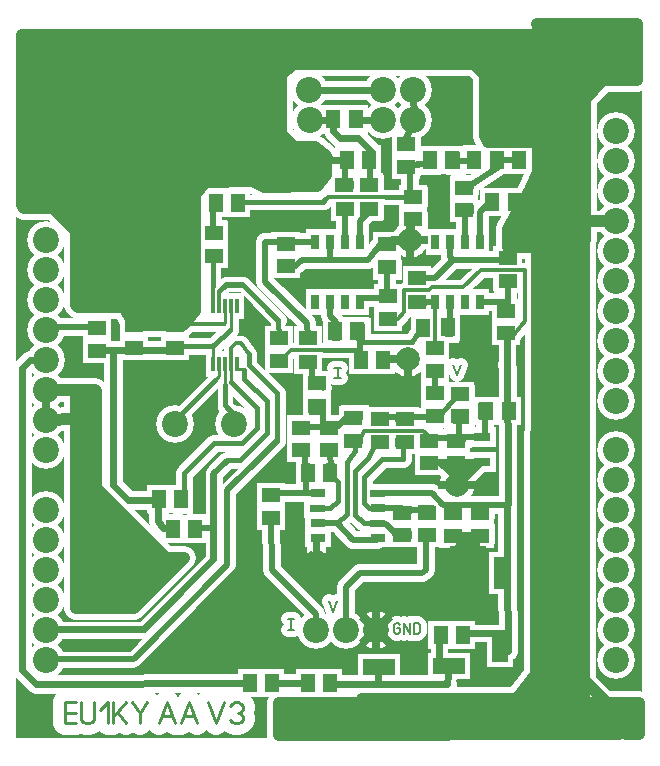
<source format=gbr>
%FSLAX34Y34*%
%MOMM*%
%LNCOPPER_TOP*%
G71*
G01*
%ADD10R, 1.30X2.30*%
%ADD11C, 3.20*%
%ADD12C, 1.25*%
%ADD13C, 1.40*%
%ADD14C, 1.35*%
%ADD15C, 1.50*%
%ADD16C, 1.30*%
%ADD17C, 1.60*%
%ADD18R, 1.65X2.27*%
%ADD19R, 2.40X1.80*%
%ADD20C, 3.00*%
%ADD21C, 1.16*%
%ADD22R, 2.27X1.65*%
%ADD23C, 3.20*%
%ADD24C, 2.02*%
%ADD25C, 2.00*%
%ADD26R, 1.80X2.40*%
%ADD27C, 1.20*%
%ADD28R, 2.10X2.40*%
%ADD29R, 2.40X2.10*%
%ADD30C, 1.80*%
%ADD31R, 2.18X3.59*%
%ADD32R, 3.59X2.18*%
%ADD33C, 0.67*%
%ADD34C, 0.73*%
%ADD35C, 0.73*%
%ADD36R, 0.30X1.30*%
%ADD37C, 2.20*%
%ADD38C, 0.25*%
%ADD39C, 0.40*%
%ADD40C, 0.35*%
%ADD41C, 0.50*%
%ADD42C, 0.30*%
%ADD43C, 0.60*%
%ADD44R, 0.65X1.27*%
%ADD45R, 1.40X0.80*%
%ADD46C, 2.00*%
%ADD47C, 0.16*%
%ADD48R, 1.27X0.65*%
%ADD49C, 2.20*%
%ADD50C, 0.22*%
%ADD51C, 1.00*%
%ADD52R, 0.80X1.40*%
%ADD53R, 1.30X1.60*%
%ADD54R, 1.60X1.30*%
%ADD55R, 1.38X2.79*%
%ADD56R, 2.79X1.38*%
%LPD*%
G36*
X0Y0D02*
X530000Y0D01*
X530000Y-600000D01*
X0Y-600000D01*
X0Y0D01*
G37*
%LPC*%
X166781Y-234381D02*
G54D10*
D03*
X171781Y-234381D02*
G54D10*
D03*
X176781Y-234381D02*
G54D10*
D03*
X181781Y-234381D02*
G54D10*
D03*
X186781Y-234381D02*
G54D10*
D03*
X166781Y-283381D02*
G54D10*
D03*
X171781Y-283381D02*
G54D10*
D03*
X176781Y-283381D02*
G54D10*
D03*
X181781Y-283381D02*
G54D10*
D03*
X186781Y-283381D02*
G54D10*
D03*
X184781Y-334381D02*
G54D11*
D03*
X134781Y-334381D02*
G54D11*
D03*
G54D12*
X171781Y-286381D02*
X171781Y-293381D01*
X135781Y-329381D01*
G54D12*
X176781Y-287381D02*
X176781Y-293381D01*
X176781Y-319381D01*
X185781Y-328381D01*
G54D12*
X166781Y-279381D02*
X166781Y-268381D01*
X181781Y-253381D01*
X181781Y-238381D01*
G54D13*
X130288Y-268366D02*
X167194Y-268366D01*
G54D13*
X166781Y-267381D02*
X167781Y-267381D01*
X180781Y-254381D01*
G54D14*
X134272Y-249381D02*
X175781Y-249381D01*
G54D12*
X176781Y-237381D02*
X176781Y-248381D01*
X175781Y-249381D01*
G54D15*
X117575Y-220409D02*
X127478Y-249381D01*
G54D12*
X181781Y-298381D02*
X181781Y-285381D01*
G54D12*
X186781Y-287381D02*
X192781Y-287381D01*
G54D16*
X166784Y-193144D02*
X166781Y-221381D01*
X166781Y-229381D01*
G54D13*
X142281Y-391481D02*
X142281Y-375481D01*
X167281Y-350481D01*
X191281Y-350481D01*
X204281Y-337481D01*
X204281Y-320481D01*
X182281Y-298481D01*
G54D13*
X153556Y-422150D02*
X167481Y-422150D01*
X167281Y-375878D01*
X178281Y-364481D01*
X189281Y-364481D01*
X212281Y-341481D01*
X212281Y-314481D01*
X193281Y-295481D01*
X193281Y-288481D01*
G36*
X133150Y-386338D02*
X150150Y-386338D01*
X150150Y-410338D01*
X133150Y-410338D01*
X133150Y-386338D01*
G37*
G36*
X112150Y-386338D02*
X129150Y-386338D01*
X129150Y-410338D01*
X112150Y-410338D01*
X112150Y-386338D01*
G37*
G36*
X145056Y-410150D02*
X162056Y-410150D01*
X162056Y-434150D01*
X145056Y-434150D01*
X145056Y-410150D01*
G37*
G36*
X124056Y-410150D02*
X141056Y-410150D01*
X141056Y-434150D01*
X124056Y-434150D01*
X124056Y-410150D01*
G37*
G54D17*
X132556Y-422150D02*
X124619Y-422150D01*
X119856Y-415800D01*
X119856Y-399131D01*
X120650Y-398338D01*
X94456Y-398338D01*
X81756Y-385638D01*
X81756Y-270941D01*
X128406Y-270941D01*
X136845Y-270043D01*
X253135Y-180027D02*
G54D18*
D03*
X265835Y-180027D02*
G54D18*
D03*
X278535Y-180027D02*
G54D18*
D03*
X291235Y-180027D02*
G54D18*
D03*
X291235Y-230827D02*
G54D18*
D03*
X278535Y-230827D02*
G54D18*
D03*
X265835Y-230827D02*
G54D18*
D03*
X253135Y-230827D02*
G54D18*
D03*
X354735Y-180027D02*
G54D18*
D03*
X367435Y-180027D02*
G54D18*
D03*
X380135Y-180027D02*
G54D18*
D03*
X392835Y-180027D02*
G54D18*
D03*
X392835Y-230827D02*
G54D18*
D03*
X380135Y-230827D02*
G54D18*
D03*
X367435Y-230827D02*
G54D18*
D03*
X354735Y-230827D02*
G54D18*
D03*
G36*
X234482Y-273784D02*
X234482Y-290784D01*
X210482Y-290784D01*
X210482Y-273784D01*
X234482Y-273784D01*
G37*
G36*
X234482Y-252784D02*
X234482Y-269784D01*
X210482Y-269784D01*
X210482Y-252784D01*
X234482Y-252784D01*
G37*
G36*
X303409Y-267275D02*
X320409Y-267275D01*
X320409Y-291275D01*
X303409Y-291275D01*
X303409Y-267275D01*
G37*
G36*
X282409Y-267275D02*
X299409Y-267275D01*
X299409Y-291275D01*
X282409Y-291275D01*
X282409Y-267275D01*
G37*
G54D16*
X171781Y-234381D02*
X171781Y-221794D01*
X177800Y-215775D01*
X192088Y-215775D01*
X203200Y-226888D01*
X222647Y-245541D01*
G54D16*
X224748Y-279640D02*
X232966Y-271462D01*
X271859Y-271462D01*
X291306Y-271338D01*
G36*
X290823Y-143971D02*
X290823Y-160971D01*
X266823Y-160971D01*
X266823Y-143971D01*
X290823Y-143971D01*
G37*
G36*
X290823Y-122971D02*
X290823Y-139971D01*
X266823Y-139971D01*
X266823Y-122971D01*
X290823Y-122971D01*
G37*
G36*
X311857Y-143971D02*
X311857Y-160971D01*
X287857Y-160971D01*
X287857Y-143971D01*
X311857Y-143971D01*
G37*
G36*
X311857Y-122971D02*
X311857Y-139971D01*
X287857Y-139971D01*
X287857Y-122971D01*
X311857Y-122971D01*
G37*
G36*
X392423Y-143971D02*
X392423Y-160971D01*
X368423Y-160971D01*
X368423Y-143971D01*
X392423Y-143971D01*
G37*
G36*
X392423Y-122971D02*
X392423Y-139971D01*
X368423Y-139971D01*
X368423Y-122971D01*
X392423Y-122971D01*
G37*
G36*
X410123Y-157989D02*
X393123Y-157989D01*
X393123Y-133989D01*
X410123Y-133989D01*
X410123Y-157989D01*
G37*
G36*
X431123Y-157989D02*
X414123Y-157989D01*
X414123Y-133989D01*
X431123Y-133989D01*
X431123Y-157989D01*
G37*
G54D15*
X278535Y-180027D02*
X278932Y-153552D01*
X279220Y-153265D01*
G54D15*
X291235Y-180027D02*
X291235Y-162283D01*
X299857Y-153265D01*
G54D15*
X380135Y-180027D02*
X380135Y-152758D01*
X380423Y-152471D01*
G54D15*
X392835Y-180027D02*
X393002Y-154433D01*
X401623Y-145989D01*
G36*
X326541Y-195168D02*
X326541Y-212168D01*
X302541Y-212168D01*
X302541Y-195168D01*
X326541Y-195168D01*
G37*
G36*
X326541Y-174168D02*
X326541Y-191168D01*
X302541Y-191168D01*
X302541Y-174168D01*
X326541Y-174168D01*
G37*
G36*
X428141Y-204296D02*
X428141Y-221296D01*
X404141Y-221296D01*
X404141Y-204296D01*
X428141Y-204296D01*
G37*
G36*
X428141Y-183296D02*
X428141Y-200296D01*
X404141Y-200296D01*
X404141Y-183296D01*
X428141Y-183296D01*
G37*
G54D15*
X292426Y-227652D02*
X300876Y-227652D01*
X313351Y-227480D01*
G54D15*
X392835Y-230827D02*
X400491Y-230827D01*
X416538Y-230655D01*
G54D15*
X367435Y-180027D02*
X367435Y-192685D01*
X369888Y-195138D01*
X410766Y-195138D01*
X415181Y-192359D01*
X416141Y-191399D01*
G54D15*
X265835Y-180027D02*
X265835Y-195067D01*
X269081Y-195138D01*
X298053Y-195138D01*
X310356Y-178866D01*
X314375Y-180453D01*
X319304Y-181080D01*
X314700Y-225718D02*
G54D19*
D03*
X314700Y-245518D02*
G54D19*
D03*
X415109Y-238021D02*
G54D19*
D03*
X415109Y-257821D02*
G54D19*
D03*
G54D15*
X416141Y-213193D02*
X416141Y-237863D01*
X416300Y-229290D01*
G54D15*
X314144Y-199302D02*
X314144Y-211669D01*
X314303Y-221353D01*
G36*
X291900Y-98206D02*
X308900Y-98206D01*
X308900Y-122206D01*
X291900Y-122206D01*
X291900Y-98206D01*
G37*
G36*
X270900Y-98206D02*
X287900Y-98206D01*
X287900Y-122206D01*
X270900Y-122206D01*
X270900Y-98206D01*
G37*
G36*
X399850Y-98206D02*
X416850Y-98206D01*
X416850Y-122206D01*
X399850Y-122206D01*
X399850Y-98206D01*
G37*
G36*
X378850Y-98206D02*
X395850Y-98206D01*
X395850Y-122206D01*
X378850Y-122206D01*
X378850Y-98206D01*
G37*
G36*
X240023Y-192390D02*
X240023Y-209390D01*
X216023Y-209390D01*
X216023Y-192390D01*
X240023Y-192390D01*
G37*
G36*
X240023Y-171390D02*
X240023Y-188390D01*
X216023Y-188390D01*
X216023Y-171390D01*
X240023Y-171390D01*
G37*
G36*
X351941Y-222552D02*
X351941Y-239552D01*
X327941Y-239552D01*
X327941Y-222552D01*
X351941Y-222552D01*
G37*
G36*
X351941Y-201552D02*
X351941Y-218552D01*
X327941Y-218552D01*
X327941Y-201552D01*
X351941Y-201552D01*
G37*
G54D15*
X228023Y-200890D02*
X235744Y-200819D01*
X242260Y-194971D01*
X269081Y-195138D01*
G54D15*
X340338Y-210052D02*
X354973Y-210052D01*
X369888Y-195138D01*
G54D15*
X339941Y-231449D02*
X354510Y-231052D01*
X354735Y-230827D01*
G36*
X259470Y-272955D02*
X259470Y-289955D01*
X235470Y-289955D01*
X235470Y-272955D01*
X259470Y-272955D01*
G37*
G36*
X259470Y-251955D02*
X259470Y-268955D01*
X235470Y-268955D01*
X235470Y-251955D01*
X259470Y-251955D01*
G37*
G36*
X367023Y-282480D02*
X367023Y-299480D01*
X343023Y-299480D01*
X343023Y-282480D01*
X367023Y-282480D01*
G37*
G36*
X367023Y-261480D02*
X367023Y-278480D01*
X343023Y-278480D01*
X343023Y-261480D01*
X367023Y-261480D01*
G37*
G54D15*
X247073Y-260058D02*
X246459Y-248716D01*
X211138Y-213436D01*
X211138Y-179784D01*
X228023Y-179890D01*
X253135Y-180027D01*
G54D16*
X355023Y-269980D02*
X355023Y-231114D01*
X354735Y-230827D01*
X333375Y-178469D02*
G54D20*
D03*
G54D15*
X313748Y-179493D02*
X334385Y-179046D01*
X334962Y-178469D01*
X458790Y-159820D02*
G54D20*
D03*
G54D15*
X416141Y-191399D02*
X459004Y-160032D01*
X458788Y-159816D01*
X331790Y-279270D02*
G54D20*
D03*
G54D15*
X311909Y-279275D02*
X331788Y-279275D01*
G36*
X279189Y-268307D02*
X262189Y-268307D01*
X262189Y-244307D01*
X279189Y-244307D01*
X279189Y-268307D01*
G37*
G36*
X300189Y-268307D02*
X283189Y-268307D01*
X283189Y-244307D01*
X300189Y-244307D01*
X300189Y-268307D01*
G37*
G36*
X353802Y-265132D02*
X336802Y-265132D01*
X336802Y-241132D01*
X353802Y-241132D01*
X353802Y-265132D01*
G37*
G36*
X374802Y-265132D02*
X357802Y-265132D01*
X357802Y-241132D01*
X374802Y-241132D01*
X374802Y-265132D01*
G37*
G54D15*
X367492Y-253132D02*
X367492Y-231961D01*
X367832Y-230827D01*
G54D13*
X348080Y-253132D02*
X342056Y-253528D01*
X335359Y-264194D01*
X294417Y-264194D01*
X290499Y-264244D01*
G54D15*
X270689Y-256307D02*
X270689Y-247546D01*
X265906Y-242762D01*
X265906Y-230898D01*
X265835Y-230827D01*
G54D15*
X290909Y-279275D02*
X290909Y-257483D01*
X291689Y-256307D01*
X117570Y-220410D02*
G54D20*
D03*
G36*
X179981Y-133925D02*
X196981Y-133925D01*
X196981Y-157925D01*
X179981Y-157925D01*
X179981Y-133925D01*
G37*
G36*
X158981Y-133925D02*
X175981Y-133925D01*
X175981Y-157925D01*
X158981Y-157925D01*
X158981Y-133925D01*
G37*
G36*
X178904Y-182071D02*
X178904Y-199071D01*
X154904Y-199071D01*
X154904Y-182071D01*
X178904Y-182071D01*
G37*
G36*
X178904Y-161071D02*
X178904Y-178071D01*
X154904Y-178071D01*
X154904Y-161071D01*
X178904Y-161071D01*
G37*
G54D15*
X166904Y-171555D02*
X166904Y-146502D01*
X167481Y-145925D01*
G36*
X342870Y-106664D02*
X342870Y-123664D01*
X318870Y-123664D01*
X318870Y-106664D01*
X342870Y-106664D01*
G37*
G36*
X342870Y-85664D02*
X342870Y-102664D01*
X318870Y-102664D01*
X318870Y-85664D01*
X342870Y-85664D01*
G37*
G36*
X364131Y-99000D02*
X381131Y-99000D01*
X381131Y-123000D01*
X364131Y-123000D01*
X364131Y-99000D01*
G37*
G36*
X343131Y-99000D02*
X360131Y-99000D01*
X360131Y-123000D01*
X343131Y-123000D01*
X343131Y-99000D01*
G37*
G36*
X437156Y-98206D02*
X454156Y-98206D01*
X454156Y-122206D01*
X437156Y-122206D01*
X437156Y-98206D01*
G37*
G36*
X416156Y-98206D02*
X433156Y-98206D01*
X433156Y-122206D01*
X416156Y-122206D01*
X416156Y-98206D01*
G37*
G54D15*
X372631Y-111000D02*
X390525Y-111000D01*
X387350Y-110603D01*
G36*
X348766Y-154290D02*
X348766Y-171290D01*
X324766Y-171290D01*
X324766Y-154290D01*
X348766Y-154290D01*
G37*
G36*
X348766Y-133290D02*
X348766Y-150290D01*
X324766Y-150290D01*
X324766Y-133290D01*
X348766Y-133290D01*
G37*
G54D15*
X333375Y-178469D02*
X335375Y-178072D01*
X335179Y-162790D01*
G54D16*
X188481Y-145925D02*
X260350Y-145925D01*
X264319Y-141956D01*
X336600Y-141956D01*
X336766Y-141790D01*
X407200Y-78060D02*
G54D20*
D03*
G54D21*
X269590Y-295150D02*
X274923Y-295150D01*
G54D21*
X272256Y-295150D02*
X272256Y-286261D01*
G54D21*
X269590Y-286261D02*
X274923Y-286261D01*
G54D21*
X369888Y-283880D02*
X373221Y-292769D01*
X376554Y-283880D01*
X255587Y-430881D02*
G54D22*
D03*
X255588Y-418181D02*
G54D22*
D03*
G36*
X244237Y-397231D02*
X266937Y-397231D01*
X266938Y-413731D01*
X244238Y-413731D01*
X244237Y-397231D01*
G37*
X255588Y-392781D02*
G54D22*
D03*
G36*
X295038Y-384531D02*
X317738Y-384531D01*
X317738Y-401031D01*
X295038Y-401031D01*
X295038Y-384531D01*
G37*
X306388Y-405481D02*
G54D22*
D03*
G36*
X295038Y-409931D02*
X317738Y-409931D01*
X317738Y-426431D01*
X295038Y-426431D01*
X295038Y-409931D01*
G37*
X306388Y-430881D02*
G54D22*
D03*
G36*
X267011Y-314628D02*
X267011Y-331628D01*
X243011Y-331628D01*
X243011Y-314628D01*
X267011Y-314628D01*
G37*
G36*
X267011Y-293628D02*
X267011Y-310628D01*
X243011Y-310628D01*
X243011Y-293628D01*
X267011Y-293628D01*
G37*
G36*
X367023Y-318596D02*
X367023Y-335596D01*
X343023Y-335596D01*
X343023Y-318596D01*
X367023Y-318596D01*
G37*
G36*
X367023Y-297596D02*
X367023Y-314596D01*
X343023Y-314596D01*
X343023Y-297596D01*
X367023Y-297596D01*
G37*
G54D15*
X250644Y-287012D02*
X250825Y-295275D01*
X260170Y-303318D01*
G54D15*
X355023Y-292171D02*
X355023Y-306096D01*
G36*
X403377Y-334996D02*
X386377Y-334996D01*
X386377Y-310996D01*
X403377Y-310996D01*
X403377Y-334996D01*
G37*
G36*
X424377Y-334996D02*
X407377Y-334996D01*
X407377Y-310996D01*
X424377Y-310996D01*
X424377Y-334996D01*
G37*
G36*
X406711Y-357490D02*
X406711Y-374490D01*
X382711Y-374490D01*
X382711Y-357490D01*
X406711Y-357490D01*
G37*
G36*
X406711Y-336490D02*
X406711Y-353490D01*
X382711Y-353490D01*
X382711Y-336490D01*
X406711Y-336490D01*
G37*
G36*
X362022Y-354304D02*
X362022Y-337304D01*
X386022Y-337304D01*
X386022Y-354304D01*
X362022Y-354304D01*
G37*
G36*
X362022Y-375304D02*
X362022Y-358304D01*
X386022Y-358304D01*
X386022Y-375304D01*
X362022Y-375304D01*
G37*
G36*
X337416Y-354304D02*
X337416Y-337304D01*
X361416Y-337304D01*
X361416Y-354304D01*
X337416Y-354304D01*
G37*
G36*
X337416Y-375304D02*
X337416Y-358304D01*
X361416Y-358304D01*
X361416Y-375304D01*
X337416Y-375304D01*
G37*
G54D15*
X349416Y-366804D02*
X374022Y-366804D01*
X393896Y-366804D01*
X394711Y-365990D01*
G54D15*
X396861Y-322996D02*
X396695Y-344990D01*
X376821Y-344990D01*
X376007Y-345804D01*
X351401Y-345804D01*
X373060Y-385642D02*
G54D20*
D03*
G54D15*
X373062Y-380875D02*
X373062Y-367764D01*
X374022Y-366804D01*
X254000Y-459060D02*
G54D20*
D03*
G54D17*
X254000Y-459059D02*
X254000Y-432468D01*
X255587Y-430881D01*
G54D15*
X303610Y-392781D02*
X352028Y-392781D01*
X361553Y-402306D01*
X392509Y-402306D01*
X416322Y-402306D01*
X416322Y-288101D01*
X415903Y-283316D01*
G36*
X358054Y-414629D02*
X358054Y-397629D01*
X382054Y-397629D01*
X382054Y-414629D01*
X358054Y-414629D01*
G37*
G36*
X358054Y-435629D02*
X358054Y-418629D01*
X382054Y-418629D01*
X382054Y-435629D01*
X358054Y-435629D01*
G37*
G36*
X381866Y-414629D02*
X381866Y-397629D01*
X405866Y-397629D01*
X405866Y-414629D01*
X381866Y-414629D01*
G37*
G36*
X381866Y-435629D02*
X381866Y-418629D01*
X405866Y-418629D01*
X405866Y-435629D01*
X381866Y-435629D01*
G37*
X382590Y-447550D02*
G54D20*
D03*
G54D16*
X382588Y-439612D02*
X382588Y-438408D01*
X393866Y-427129D01*
G54D16*
X382588Y-439612D02*
X382537Y-439612D01*
X370054Y-427129D01*
G36*
X370054Y-427129D02*
X393866Y-427129D01*
X393866Y-428334D01*
X382588Y-439612D01*
X382537Y-439612D01*
X370054Y-427129D01*
G37*
G54D16*
X370054Y-427129D02*
X393866Y-427129D01*
X393866Y-428334D01*
X382588Y-439612D01*
X382537Y-439612D01*
X370054Y-427129D01*
G54D15*
X255587Y-392781D02*
X250825Y-392781D01*
X245666Y-392781D01*
X245666Y-376581D01*
X245687Y-376560D01*
G54D13*
X255587Y-405481D02*
X265906Y-405481D01*
X272256Y-399131D01*
X272256Y-383320D01*
X266687Y-376560D01*
G36*
X204066Y-400738D02*
X204066Y-383738D01*
X228066Y-383738D01*
X228066Y-400738D01*
X204066Y-400738D01*
G37*
G36*
X204066Y-421738D02*
X204066Y-404738D01*
X228066Y-404738D01*
X228066Y-421738D01*
X204066Y-421738D01*
G37*
G54D15*
X216066Y-392238D02*
X221674Y-392238D01*
X250846Y-392435D01*
G54D15*
X216066Y-413238D02*
X216860Y-457702D01*
G54D15*
X266073Y-356088D02*
X266469Y-373206D01*
X266687Y-376560D01*
G54D15*
X244641Y-355692D02*
X245038Y-373530D01*
X248068Y-376560D01*
G54D13*
X271734Y-418181D02*
X280194Y-409847D01*
X280194Y-365794D01*
X286941Y-356791D01*
X286761Y-347734D01*
G54D15*
X306388Y-405481D02*
X326614Y-405481D01*
X328036Y-406902D01*
G54D15*
X328036Y-427902D02*
X320836Y-427903D01*
X320836Y-426279D01*
X313531Y-418975D01*
X307182Y-418975D01*
X306388Y-418181D01*
G36*
X335035Y-414629D02*
X335035Y-397629D01*
X359035Y-397629D01*
X359035Y-414629D01*
X335035Y-414629D01*
G37*
G36*
X335035Y-435629D02*
X335035Y-418629D01*
X359035Y-418629D01*
X359035Y-435629D01*
X335035Y-435629D01*
G37*
G54D15*
X328036Y-406902D02*
X346262Y-406902D01*
X347035Y-406129D01*
G54D15*
X347035Y-427129D02*
X346869Y-457200D01*
G54D13*
X376851Y-309271D02*
X373201Y-309271D01*
X358154Y-327096D01*
X355023Y-327096D01*
G54D15*
X374867Y-330271D02*
X374867Y-345458D01*
X372038Y-345804D01*
G54D16*
X349416Y-345804D02*
X349416Y-344529D01*
X344488Y-339600D01*
X294481Y-339600D01*
X291306Y-347538D01*
X286957Y-347538D01*
X286761Y-347734D01*
G54D15*
X306951Y-328342D02*
X327985Y-327945D01*
G54D15*
X355420Y-327890D02*
X336771Y-327890D01*
X327985Y-327945D01*
G54D13*
X307348Y-350532D02*
X303790Y-350532D01*
X297656Y-362744D01*
X287338Y-374128D01*
X287338Y-411038D01*
X294481Y-418181D01*
X306388Y-418181D01*
G54D13*
X306388Y-405481D02*
X299244Y-405481D01*
X294481Y-400719D01*
X294481Y-378494D01*
X309562Y-363412D01*
X327408Y-363412D01*
X327985Y-350135D01*
G54D21*
X265112Y-483905D02*
X268446Y-492794D01*
X271779Y-483905D01*
X254000Y-508000D02*
G54D23*
D03*
X279400Y-508000D02*
G54D23*
D03*
X304800Y-508000D02*
G54D23*
D03*
G54D15*
X279400Y-508000D02*
X279400Y-472281D01*
X291306Y-460375D01*
X343694Y-460375D01*
X346869Y-457200D01*
G54D15*
X254000Y-508000D02*
X254000Y-494506D01*
X241300Y-482203D01*
X237789Y-478631D01*
X216860Y-457702D01*
G54D21*
X322675Y-507002D02*
X325341Y-507002D01*
X325341Y-509780D01*
X324675Y-510891D01*
X323341Y-511447D01*
X322008Y-511447D01*
X320675Y-510891D01*
X320008Y-509780D01*
X320008Y-504224D01*
X320675Y-503113D01*
X322008Y-502558D01*
X323341Y-502558D01*
X324675Y-503113D01*
X325341Y-504224D01*
G54D21*
X328452Y-511447D02*
X328452Y-502558D01*
X333785Y-511447D01*
X333785Y-502558D01*
G54D21*
X336896Y-511447D02*
X336896Y-502558D01*
X340229Y-502558D01*
X341563Y-503113D01*
X342229Y-504224D01*
X342229Y-509780D01*
X341563Y-510891D01*
X340229Y-511447D01*
X336896Y-511447D01*
G54D21*
X229902Y-508272D02*
X235236Y-508272D01*
G54D21*
X232569Y-508272D02*
X232569Y-499383D01*
G54D21*
X229902Y-499383D02*
X235236Y-499383D01*
G54D24*
X50401Y-587534D02*
X41068Y-587534D01*
X41068Y-569756D01*
X50401Y-569756D01*
G54D24*
X41068Y-578645D02*
X50401Y-578645D01*
G54D24*
X55290Y-569756D02*
X55290Y-584201D01*
X56623Y-586423D01*
X59290Y-587534D01*
X61957Y-587534D01*
X64623Y-586423D01*
X65957Y-584201D01*
X65957Y-569756D01*
G54D24*
X70846Y-576423D02*
X77513Y-569756D01*
X77513Y-587534D01*
G54D24*
X82402Y-587534D02*
X82402Y-569756D01*
G54D24*
X82402Y-581979D02*
X93069Y-569756D01*
G54D24*
X86402Y-578645D02*
X93069Y-587534D01*
G54D24*
X97958Y-569756D02*
X104625Y-578645D01*
X104625Y-587534D01*
G54D24*
X104625Y-578645D02*
X111291Y-569756D01*
G54D24*
X121336Y-587534D02*
X128003Y-569756D01*
X134669Y-587534D01*
G54D24*
X124003Y-580868D02*
X132003Y-580868D01*
G54D24*
X139558Y-587534D02*
X146225Y-569756D01*
X152891Y-587534D01*
G54D24*
X142225Y-580868D02*
X150225Y-580868D01*
G54D24*
X162936Y-569756D02*
X169603Y-587534D01*
X176269Y-569756D01*
G54D24*
X181158Y-573090D02*
X182491Y-570868D01*
X185158Y-569756D01*
X187825Y-569756D01*
X190491Y-570868D01*
X191825Y-573090D01*
X191825Y-575312D01*
X190491Y-577534D01*
X187825Y-578645D01*
X190491Y-579756D01*
X191825Y-581979D01*
X191825Y-584201D01*
X190491Y-586423D01*
X187825Y-587534D01*
X185158Y-587534D01*
X182491Y-586423D01*
X181158Y-584201D01*
G36*
X373060Y-380880D02*
X379821Y-380880D01*
X394711Y-365990D01*
X350230Y-365990D01*
X349416Y-366804D01*
X358984Y-366804D01*
X373060Y-380880D01*
G37*
G54D15*
X373060Y-380880D02*
X379821Y-380880D01*
X394711Y-365990D01*
X350230Y-365990D01*
X349416Y-366804D01*
X358984Y-366804D01*
X373060Y-380880D01*
G54D15*
X255587Y-418181D02*
X271734Y-418181D01*
X285353Y-431800D01*
X305469Y-431800D01*
X306388Y-430881D01*
X25400Y-533400D02*
G54D23*
D03*
X25400Y-508000D02*
G54D23*
D03*
X25400Y-482600D02*
G54D23*
D03*
X25400Y-457200D02*
G54D23*
D03*
X25400Y-431800D02*
G54D23*
D03*
X25400Y-406400D02*
G54D23*
D03*
X25400Y-355600D02*
G54D23*
D03*
X25400Y-330200D02*
G54D23*
D03*
X25400Y-304800D02*
G54D23*
D03*
X25400Y-279400D02*
G54D23*
D03*
X25400Y-254000D02*
G54D23*
D03*
X25400Y-228600D02*
G54D23*
D03*
X508000Y-533400D02*
G54D23*
D03*
X508000Y-508000D02*
G54D23*
D03*
X508000Y-482600D02*
G54D23*
D03*
X508000Y-457200D02*
G54D23*
D03*
X508000Y-431800D02*
G54D23*
D03*
X508000Y-406400D02*
G54D23*
D03*
X508000Y-381000D02*
G54D23*
D03*
X508000Y-355600D02*
G54D23*
D03*
X508000Y-314325D02*
G54D23*
D03*
X508000Y-288925D02*
G54D23*
D03*
X508000Y-263525D02*
G54D23*
D03*
X508000Y-238125D02*
G54D23*
D03*
X508000Y-212725D02*
G54D23*
D03*
X508000Y-187325D02*
G54D23*
D03*
X508000Y-161925D02*
G54D23*
D03*
X508000Y-136525D02*
G54D23*
D03*
X25400Y-203200D02*
G54D23*
D03*
X25400Y-177800D02*
G54D23*
D03*
G54D13*
X25400Y-508000D02*
X107950Y-508000D01*
X167481Y-448469D01*
X167481Y-422150D01*
G54D16*
X181781Y-283381D02*
X181781Y-269862D01*
X186531Y-265112D01*
X190897Y-265112D01*
X197644Y-274638D01*
X197644Y-284162D01*
X221456Y-307975D01*
X221456Y-348456D01*
X179388Y-390525D01*
X179388Y-452438D01*
X98425Y-533400D01*
X25400Y-533400D01*
X68637Y-253103D02*
G54D19*
D03*
X68637Y-272903D02*
G54D19*
D03*
G54D17*
X67844Y-271712D02*
X70099Y-271315D01*
X101600Y-271462D01*
G54D15*
X70225Y-251912D02*
X31750Y-252016D01*
X25901Y-253500D01*
X25400Y-254000D01*
G54D17*
X25400Y-279400D02*
X11906Y-279400D01*
X4762Y-286544D01*
X4762Y-542131D01*
X16669Y-554038D01*
X197247Y-553641D01*
G54D25*
X25400Y-330200D02*
X50403Y-329803D01*
G54D25*
X25400Y-304800D02*
X50800Y-304800D01*
G36*
X222250Y-569912D02*
X527050Y-569912D01*
X527050Y-596503D01*
X503238Y-595709D01*
X510778Y-596503D01*
X222250Y-596900D01*
X222250Y-569912D01*
G37*
G54D25*
X222250Y-569912D02*
X527050Y-569912D01*
X527050Y-596503D01*
X503238Y-595709D01*
X510778Y-596503D01*
X222250Y-596900D01*
X222250Y-569912D01*
G36*
X292894Y-566738D02*
X423862Y-566738D01*
X440531Y-545703D01*
X440531Y-497681D01*
X441325Y-184021D01*
X416322Y-184150D01*
X416722Y-169738D01*
X416722Y-169065D01*
X434975Y-135731D01*
X442119Y-121047D01*
X442119Y3969D01*
X441325Y4762D01*
X525462Y4762D01*
X525462Y-42862D01*
X497284Y-42862D01*
X481409Y-58738D01*
X481409Y-178594D01*
X461566Y-198834D01*
X454819Y-196850D01*
X450453Y-195262D01*
X480616Y-182166D01*
X481012Y-593328D01*
X300038Y-595312D01*
X296862Y-592138D01*
X292894Y-566738D01*
G37*
G54D25*
X292894Y-566738D02*
X423862Y-566738D01*
X440531Y-545703D01*
X440531Y-497681D01*
X441325Y-184021D01*
X416322Y-184150D01*
X416722Y-169738D01*
X416722Y-169065D01*
X434975Y-135731D01*
X442119Y-121047D01*
X442119Y3969D01*
X441325Y4762D01*
X525462Y4762D01*
X525462Y-42862D01*
X497284Y-42862D01*
X481409Y-58738D01*
X481409Y-178594D01*
X461566Y-198834D01*
X454819Y-196850D01*
X450453Y-195262D01*
X480616Y-182166D01*
X481012Y-593328D01*
X300038Y-595312D01*
X296862Y-592138D01*
X292894Y-566738D01*
G54D15*
X409938Y-110603D02*
X427434Y-110603D01*
G54D15*
X380423Y-131471D02*
X385260Y-131471D01*
X407194Y-117078D01*
X409972Y-111362D01*
X410334Y-111000D01*
G54D15*
X278823Y-131074D02*
X278823Y-110784D01*
X279400Y-110206D01*
G54D15*
X299857Y-131074D02*
X299857Y-110854D01*
X298416Y-105444D01*
X253200Y-110330D02*
G54D20*
D03*
G54D17*
X262731Y-110331D02*
X279275Y-110331D01*
X279400Y-110206D01*
G54D15*
X326505Y-117149D02*
X326427Y-114371D01*
X349647Y-114175D01*
X333375Y-114300D01*
X333772Y-129703D01*
X333988Y-141790D01*
G36*
X441328Y-95125D02*
X399925Y-95125D01*
X396875Y-90488D01*
X396875Y-38894D01*
X387350Y-29369D01*
X234156Y-29369D01*
X224631Y-38894D01*
X224631Y-88106D01*
X235744Y-99219D01*
X253206Y-99219D01*
X262731Y-107156D01*
X262731Y-123031D01*
X254794Y-132556D01*
X209550Y-133350D01*
X200025Y-128588D01*
X161131Y-129381D01*
X151606Y-138906D01*
X151606Y-238366D01*
X141211Y-249852D01*
X99987Y-250453D01*
X91678Y-234950D01*
X52388Y-234950D01*
X50800Y-233362D01*
X50800Y-170656D01*
X30956Y-150812D01*
X7144Y-150812D01*
X4762Y-148431D01*
X4762Y-4762D01*
X446088Y-4762D01*
X441328Y-95125D01*
G37*
G54D25*
X441328Y-95125D02*
X399925Y-95125D01*
X396875Y-90488D01*
X396875Y-38894D01*
X387350Y-29369D01*
X234156Y-29369D01*
X224631Y-38894D01*
X224631Y-88106D01*
X235744Y-99219D01*
X253206Y-99219D01*
X262731Y-107156D01*
X262731Y-123031D01*
X254794Y-132556D01*
X209550Y-133350D01*
X200025Y-128588D01*
X161131Y-129381D01*
X151606Y-138906D01*
X151606Y-238366D01*
X141211Y-249852D01*
X99987Y-250453D01*
X91678Y-234950D01*
X52388Y-234950D01*
X50800Y-233362D01*
X50800Y-170656D01*
X30956Y-150812D01*
X7144Y-150812D01*
X4762Y-148431D01*
X4762Y-4762D01*
X446088Y-4762D01*
X441328Y-95125D01*
G36*
X141211Y-249852D02*
X141211Y-221379D01*
X140494Y-220662D01*
X140494Y-225666D01*
X116780Y-249380D01*
X141211Y-249852D01*
G37*
G54D25*
X141211Y-249852D02*
X141211Y-221379D01*
X140494Y-220662D01*
X140494Y-225666D01*
X116780Y-249380D01*
X141211Y-249852D01*
G36*
X50800Y-304800D02*
X50800Y-330200D01*
X50800Y-489744D01*
X100012Y-489744D01*
X142081Y-447675D01*
X127000Y-447675D01*
X67469Y-388144D01*
X67469Y-306388D01*
X66675Y-305594D01*
X50800Y-304800D01*
G37*
G54D25*
X50800Y-304800D02*
X50800Y-330200D01*
X50800Y-489744D01*
X100012Y-489744D01*
X142081Y-447675D01*
X127000Y-447675D01*
X67469Y-388144D01*
X67469Y-306388D01*
X66675Y-305594D01*
X50800Y-304800D01*
X508000Y-111125D02*
G54D23*
D03*
X508000Y-85725D02*
G54D23*
D03*
G36*
X257790Y-361782D02*
X274790Y-361782D01*
X274790Y-385782D01*
X257790Y-385782D01*
X257790Y-361782D01*
G37*
G36*
X236790Y-361782D02*
X253790Y-361782D01*
X253790Y-385782D01*
X236790Y-385782D01*
X236790Y-361782D01*
G37*
G36*
X253466Y-347192D02*
X253466Y-364192D01*
X229466Y-364192D01*
X229466Y-347192D01*
X253466Y-347192D01*
G37*
G36*
X253466Y-326192D02*
X253466Y-343192D01*
X229466Y-343192D01*
X229466Y-326192D01*
X253466Y-326192D01*
G37*
G36*
X277737Y-347588D02*
X277737Y-364588D01*
X253737Y-364588D01*
X253737Y-347588D01*
X277737Y-347588D01*
G37*
G36*
X277737Y-326588D02*
X277737Y-343588D01*
X253737Y-343588D01*
X253737Y-326588D01*
X277737Y-326588D01*
G37*
G36*
X274761Y-335234D02*
X274761Y-318234D01*
X298761Y-318234D01*
X298761Y-335234D01*
X274761Y-335234D01*
G37*
G36*
X274761Y-356234D02*
X274761Y-339234D01*
X298761Y-339234D01*
X298761Y-356234D01*
X274761Y-356234D01*
G37*
G36*
X316036Y-415402D02*
X316036Y-398402D01*
X340036Y-398402D01*
X340036Y-415402D01*
X316036Y-415402D01*
G37*
G36*
X316036Y-436402D02*
X316036Y-419402D01*
X340036Y-419402D01*
X340036Y-436402D01*
X316036Y-436402D01*
G37*
G36*
X319348Y-341635D02*
X319348Y-358635D01*
X295348Y-358635D01*
X295348Y-341635D01*
X319348Y-341635D01*
G37*
G36*
X319348Y-320635D02*
X319348Y-337635D01*
X295348Y-337635D01*
X295348Y-320635D01*
X319348Y-320635D01*
G37*
G36*
X339985Y-341238D02*
X339985Y-358238D01*
X315985Y-358238D01*
X315985Y-341238D01*
X339985Y-341238D01*
G37*
G36*
X339985Y-320238D02*
X339985Y-337238D01*
X315985Y-337238D01*
X315985Y-320238D01*
X339985Y-320238D01*
G37*
G36*
X364851Y-317771D02*
X364851Y-300771D01*
X388851Y-300771D01*
X388851Y-317771D01*
X364851Y-317771D01*
G37*
G36*
X364851Y-338771D02*
X364851Y-321771D01*
X388851Y-321771D01*
X388851Y-338771D01*
X364851Y-338771D01*
G37*
G36*
X146861Y-262352D02*
X146861Y-279352D01*
X122861Y-279352D01*
X122861Y-262352D01*
X146861Y-262352D01*
G37*
G36*
X146861Y-241352D02*
X146861Y-258352D01*
X122861Y-258352D01*
X122861Y-241352D01*
X146861Y-241352D01*
G37*
G36*
X112155Y-261880D02*
X112155Y-278880D01*
X88155Y-278880D01*
X88155Y-261880D01*
X112155Y-261880D01*
G37*
G36*
X112155Y-240880D02*
X112155Y-257880D01*
X88155Y-257880D01*
X88155Y-240880D01*
X112155Y-240880D01*
G37*
G54D16*
X314700Y-245518D02*
X323601Y-245121D01*
X328216Y-239316D01*
X328216Y-220662D01*
X350044Y-220662D01*
X352425Y-218281D01*
X378619Y-218281D01*
X393700Y-203200D01*
X431006Y-203200D01*
X431006Y-246943D01*
X419725Y-260606D01*
X336153Y-50800D02*
G54D23*
D03*
X336153Y-76597D02*
G54D23*
D03*
X310753Y-76200D02*
G54D23*
D03*
X310753Y-50800D02*
G54D23*
D03*
G54D17*
X327819Y-96441D02*
X336550Y-77788D01*
X336153Y-50800D01*
G36*
X280788Y-64075D02*
X297788Y-64075D01*
X297788Y-88075D01*
X280788Y-88075D01*
X280788Y-64075D01*
G37*
G36*
X259788Y-64075D02*
X276788Y-64075D01*
X276788Y-88075D01*
X259788Y-88075D01*
X259788Y-64075D01*
G37*
G54D17*
X310753Y-76200D02*
X289412Y-76200D01*
X289288Y-76075D01*
G54D17*
X268288Y-76075D02*
X268288Y-85725D01*
X274638Y-92075D01*
X289369Y-92075D01*
X300400Y-103106D01*
X300400Y-110206D01*
X247650Y-50800D02*
G54D23*
D03*
X249238Y-76200D02*
G54D23*
D03*
G54D17*
X254000Y-76200D02*
X268162Y-76200D01*
X268288Y-76075D01*
G54D17*
X254000Y-50800D02*
X310753Y-50800D01*
X198040Y-553516D02*
G54D26*
D03*
X217840Y-553516D02*
G54D26*
D03*
G36*
X257769Y-541912D02*
X274769Y-541912D01*
X274769Y-565912D01*
X257769Y-565912D01*
X257769Y-541912D01*
G37*
G36*
X236769Y-541912D02*
X253769Y-541912D01*
X253769Y-565912D01*
X236769Y-565912D01*
X236769Y-541912D01*
G37*
G54D17*
X217840Y-553516D02*
X245666Y-553516D01*
G54D17*
X266269Y-553912D02*
X284038Y-553912D01*
X310356Y-554038D01*
G54D17*
X307181Y-554436D02*
X365198Y-553859D01*
G54D17*
X415528Y-457597D02*
X416719Y-525859D01*
G54D17*
X415925Y-457597D02*
X415925Y-401909D01*
G36*
X369688Y-500638D02*
X386688Y-500638D01*
X386688Y-524638D01*
X369688Y-524638D01*
X369688Y-500638D01*
G37*
G36*
X348688Y-500638D02*
X365688Y-500638D01*
X365688Y-524638D01*
X348688Y-524638D01*
X348688Y-500638D01*
G37*
X145350Y-109680D02*
G54D20*
D03*
X205680Y-109680D02*
G54D20*
D03*
X145350Y-30300D02*
G54D20*
D03*
X145350Y-70790D02*
G54D20*
D03*
X116780Y-161270D02*
G54D20*
D03*
G54D16*
X422728Y-146170D02*
X438944Y-146050D01*
G54D13*
X416322Y-402034D02*
X415528Y-261938D01*
G54D27*
X168672Y-296466D02*
X135334Y-329803D01*
G54D27*
X176609Y-300831D02*
X176609Y-318294D01*
X177006Y-318294D01*
X187325Y-328612D01*
G54D27*
X197247Y-274638D02*
X197247Y-283766D01*
X221059Y-307578D01*
X221059Y-348059D01*
X178991Y-390128D01*
X178991Y-452834D01*
X99219Y-532606D01*
X25797Y-532606D01*
X25400Y-533003D01*
G54D27*
X223812Y-261962D02*
X223018Y-259978D01*
X222225Y-246484D01*
X203200Y-227012D01*
X192088Y-215900D01*
X177800Y-215900D01*
X173038Y-220662D01*
G54D27*
X166688Y-194072D02*
X166688Y-217488D01*
X246856Y-553641D02*
G54D28*
D03*
X265856Y-553641D02*
G54D28*
D03*
X378569Y-512365D02*
G54D28*
D03*
X359569Y-512365D02*
G54D28*
D03*
X215875Y-394518D02*
G54D29*
D03*
X215875Y-413518D02*
G54D29*
D03*
X120650Y-397272D02*
G54D28*
D03*
X139650Y-397272D02*
G54D28*
D03*
X132556Y-422672D02*
G54D28*
D03*
X151556Y-422672D02*
G54D28*
D03*
X169069Y-146844D02*
G54D28*
D03*
X188069Y-146844D02*
G54D28*
D03*
X167456Y-172665D02*
G54D29*
D03*
X167456Y-191665D02*
G54D29*
D03*
X228178Y-181396D02*
G54D29*
D03*
X228178Y-200396D02*
G54D29*
D03*
X280194Y-110331D02*
G54D28*
D03*
X299194Y-110331D02*
G54D28*
D03*
X268684Y-75803D02*
G54D28*
D03*
X287684Y-75803D02*
G54D28*
D03*
X329778Y-97260D02*
G54D29*
D03*
X329778Y-116260D02*
G54D29*
D03*
X378990Y-133771D02*
G54D29*
D03*
X378990Y-152771D02*
G54D29*
D03*
X403225Y-146447D02*
G54D28*
D03*
X422225Y-146447D02*
G54D28*
D03*
X425847Y-110331D02*
G54D28*
D03*
X444847Y-110331D02*
G54D28*
D03*
X335731Y-141710D02*
G54D29*
D03*
X335731Y-160710D02*
G54D29*
D03*
X292100Y-279797D02*
G54D28*
D03*
X311100Y-279797D02*
G54D28*
D03*
X269875Y-255588D02*
G54D28*
D03*
X288875Y-255588D02*
G54D28*
D03*
X223018Y-261565D02*
G54D29*
D03*
X223018Y-280565D02*
G54D29*
D03*
X314301Y-181794D02*
G54D29*
D03*
X314301Y-200794D02*
G54D29*
D03*
X388144Y-110331D02*
G54D28*
D03*
X407144Y-110331D02*
G54D28*
D03*
X350441Y-110331D02*
G54D28*
D03*
X369441Y-110331D02*
G54D28*
D03*
X354781Y-269900D02*
G54D29*
D03*
X354781Y-288900D02*
G54D29*
D03*
X398066Y-323056D02*
G54D28*
D03*
X417066Y-323056D02*
G54D28*
D03*
X354385Y-308000D02*
G54D29*
D03*
X354385Y-327000D02*
G54D29*
D03*
X376213Y-308397D02*
G54D29*
D03*
X376213Y-327397D02*
G54D29*
D03*
X349622Y-348084D02*
G54D29*
D03*
X349622Y-367084D02*
G54D29*
D03*
X372243Y-348084D02*
G54D29*
D03*
X372243Y-367084D02*
G54D29*
D03*
X327000Y-409203D02*
G54D29*
D03*
X327000Y-428203D02*
G54D29*
D03*
X255165Y-299665D02*
G54D29*
D03*
X255165Y-318665D02*
G54D29*
D03*
X247253Y-375444D02*
G54D28*
D03*
X266253Y-375444D02*
G54D28*
D03*
X241275Y-337368D02*
G54D29*
D03*
X241275Y-356368D02*
G54D29*
D03*
X264690Y-337368D02*
G54D29*
D03*
X264690Y-356368D02*
G54D29*
D03*
X285725Y-329034D02*
G54D29*
D03*
X285725Y-348034D02*
G54D29*
D03*
X327000Y-409203D02*
G54D29*
D03*
X327000Y-428203D02*
G54D29*
D03*
X347637Y-409203D02*
G54D29*
D03*
X347637Y-428203D02*
G54D29*
D03*
X370259Y-409600D02*
G54D29*
D03*
X370259Y-428600D02*
G54D29*
D03*
X392881Y-409600D02*
G54D29*
D03*
X392881Y-428600D02*
G54D29*
D03*
X307950Y-329431D02*
G54D29*
D03*
X308346Y-349622D02*
G54D29*
D03*
X328984Y-329431D02*
G54D29*
D03*
X328984Y-349622D02*
G54D29*
D03*
X247625Y-261565D02*
G54D29*
D03*
X247228Y-281359D02*
G54D29*
D03*
X344884Y-252412D02*
G54D28*
D03*
X365472Y-252016D02*
G54D28*
D03*
X277787Y-131788D02*
G54D29*
D03*
X278184Y-151978D02*
G54D29*
D03*
X299218Y-131788D02*
G54D29*
D03*
X299218Y-151978D02*
G54D29*
D03*
G54D27*
X192881Y-145653D02*
X259556Y-145653D01*
X261541Y-143669D01*
G54D27*
X313531Y-142081D02*
X332581Y-142081D01*
G54D27*
X260747Y-271462D02*
X290909Y-271462D01*
G54D16*
X32941Y-507603D02*
X108347Y-507603D01*
X167084Y-448866D01*
X167084Y-376634D01*
X178594Y-365125D01*
G54D16*
X30162Y-532606D02*
X99616Y-532606D01*
X178991Y-453231D01*
X178991Y-390525D01*
X178594Y-390128D01*
X178991Y-390128D01*
X221059Y-348059D01*
G54D16*
X153988Y-422275D02*
X167084Y-422275D01*
X416296Y-193303D02*
G54D29*
D03*
X416296Y-213096D02*
G54D29*
D03*
X339700Y-210765D02*
G54D29*
D03*
X339700Y-230559D02*
G54D29*
D03*
X63500Y-475460D02*
G54D20*
D03*
X459980Y-262730D02*
G54D20*
D03*
X459580Y-400050D02*
G54D20*
D03*
X458790Y-17860D02*
G54D20*
D03*
X252810Y-582220D02*
G54D20*
D03*
X458390Y-582610D02*
G54D20*
D03*
X44055Y-29770D02*
G54D20*
D03*
X354810Y-17070D02*
G54D20*
D03*
X245670Y-16270D02*
G54D20*
D03*
X44450Y-109140D02*
G54D20*
D03*
G54D16*
X242094Y-336550D02*
X266700Y-336550D01*
X267097Y-336153D01*
X271859Y-336153D01*
X279400Y-328612D01*
G54D16*
X259556Y-319881D02*
X259556Y-335359D01*
G54D30*
X479822Y-551656D02*
X481806Y-551656D01*
X502444Y-572294D01*
X409575Y-521891D02*
G54D31*
D03*
X449475Y-521891D02*
G54D31*
D03*
X411559Y-459978D02*
G54D31*
D03*
X451459Y-459978D02*
G54D31*
D03*
X307288Y-539643D02*
G54D32*
D03*
X307288Y-579543D02*
G54D32*
D03*
X366819Y-539246D02*
G54D32*
D03*
X366819Y-579146D02*
G54D32*
D03*
G54D13*
X357981Y-513159D02*
X357981Y-538559D01*
G54D13*
X377428Y-511175D02*
X414338Y-511175D01*
G54D13*
X306388Y-538559D02*
X306388Y-553244D01*
G54D13*
X366819Y-539246D02*
X365198Y-553859D01*
X99987Y-250453D02*
G54D29*
D03*
X99987Y-269453D02*
G54D29*
D03*
X134912Y-250453D02*
G54D29*
D03*
X134912Y-269453D02*
G54D29*
D03*
G54D30*
X507206Y-161925D02*
X461962Y-161925D01*
X451247Y-163909D01*
G54D16*
X315912Y-178991D02*
X335359Y-178991D01*
X198040Y-553516D02*
G54D28*
D03*
X217040Y-553516D02*
G54D28*
D03*
X68637Y-253103D02*
G54D29*
D03*
X68637Y-272103D02*
G54D29*
D03*
X314700Y-225718D02*
G54D29*
D03*
X314700Y-244718D02*
G54D29*
D03*
X415109Y-238021D02*
G54D29*
D03*
X415109Y-257021D02*
G54D29*
D03*
%LPD*%
G54D33*
G36*
X330042Y-178469D02*
X330042Y-162969D01*
X336708Y-162969D01*
X336708Y-178469D01*
X330042Y-178469D01*
G37*
G36*
X333375Y-175135D02*
X348875Y-175135D01*
X348875Y-181802D01*
X333375Y-181802D01*
X333375Y-175135D01*
G37*
G36*
X336708Y-178469D02*
X336708Y-193969D01*
X330042Y-193969D01*
X330042Y-178469D01*
X336708Y-178469D01*
G37*
G36*
X333375Y-181802D02*
X317875Y-181802D01*
X317875Y-175135D01*
X333375Y-175135D01*
X333375Y-181802D01*
G37*
G54D25*
G36*
X448790Y-159820D02*
X448790Y-144320D01*
X468790Y-144320D01*
X468790Y-159820D01*
X448790Y-159820D01*
G37*
G36*
X458790Y-149820D02*
X474290Y-149820D01*
X474290Y-169820D01*
X458790Y-169820D01*
X458790Y-149820D01*
G37*
G36*
X468790Y-159820D02*
X468790Y-175320D01*
X448790Y-175320D01*
X448790Y-159820D01*
X468790Y-159820D01*
G37*
G36*
X458790Y-169820D02*
X443290Y-169820D01*
X443290Y-149820D01*
X458790Y-149820D01*
X458790Y-169820D01*
G37*
G54D33*
G36*
X335123Y-279270D02*
X335123Y-294770D01*
X328457Y-294770D01*
X328457Y-279270D01*
X335123Y-279270D01*
G37*
G36*
X331790Y-282603D02*
X316290Y-282603D01*
X316290Y-275937D01*
X331790Y-275937D01*
X331790Y-282603D01*
G37*
G54D25*
G36*
X110499Y-213339D02*
X121459Y-202379D01*
X135601Y-216521D01*
X124641Y-227481D01*
X110499Y-213339D01*
G37*
G36*
X124641Y-213339D02*
X135601Y-224299D01*
X121459Y-238441D01*
X110499Y-227481D01*
X124641Y-213339D01*
G37*
G36*
X124641Y-227481D02*
X113681Y-238441D01*
X99539Y-224299D01*
X110499Y-213339D01*
X124641Y-227481D01*
G37*
G36*
X110499Y-227481D02*
X99539Y-216521D01*
X113681Y-202379D01*
X124641Y-213339D01*
X110499Y-227481D01*
G37*
G54D25*
G36*
X397200Y-78060D02*
X397200Y-62560D01*
X417200Y-62560D01*
X417200Y-78060D01*
X397200Y-78060D01*
G37*
G36*
X407200Y-68060D02*
X422700Y-68060D01*
X422700Y-88060D01*
X407200Y-88060D01*
X407200Y-68060D01*
G37*
G36*
X417200Y-78060D02*
X417200Y-93560D01*
X397200Y-93560D01*
X397200Y-78060D01*
X417200Y-78060D01*
G37*
G36*
X407200Y-88060D02*
X391700Y-88060D01*
X391700Y-68060D01*
X407200Y-68060D01*
X407200Y-88060D01*
G37*
G54D33*
G36*
X369727Y-385642D02*
X369727Y-370142D01*
X376393Y-370142D01*
X376393Y-385642D01*
X369727Y-385642D01*
G37*
G36*
X373060Y-382309D02*
X388560Y-382309D01*
X388560Y-388976D01*
X373060Y-388976D01*
X373060Y-382309D01*
G37*
G36*
X373060Y-388976D02*
X357560Y-388976D01*
X357560Y-382309D01*
X373060Y-382309D01*
X373060Y-388976D01*
G37*
G54D25*
G36*
X244000Y-459060D02*
X244000Y-443560D01*
X264000Y-443560D01*
X264000Y-459060D01*
X244000Y-459060D01*
G37*
G36*
X246929Y-451989D02*
X257889Y-441029D01*
X272031Y-455171D01*
X261071Y-466131D01*
X246929Y-451989D01*
G37*
G36*
X254000Y-449060D02*
X269500Y-449060D01*
X269500Y-469060D01*
X254000Y-469060D01*
X254000Y-449060D01*
G37*
G36*
X261071Y-451989D02*
X272031Y-462949D01*
X257889Y-477091D01*
X246929Y-466131D01*
X261071Y-451989D01*
G37*
G36*
X264000Y-459060D02*
X264000Y-474560D01*
X244000Y-474560D01*
X244000Y-459060D01*
X264000Y-459060D01*
G37*
G36*
X261071Y-466131D02*
X250111Y-477091D01*
X235969Y-462949D01*
X246929Y-451989D01*
X261071Y-466131D01*
G37*
G36*
X254000Y-469060D02*
X238500Y-469060D01*
X238500Y-449060D01*
X254000Y-449060D01*
X254000Y-469060D01*
G37*
G36*
X246929Y-466131D02*
X235969Y-455171D01*
X250111Y-441029D01*
X261071Y-451989D01*
X246929Y-466131D01*
G37*
G54D25*
G36*
X372590Y-447550D02*
X372590Y-432050D01*
X392590Y-432050D01*
X392590Y-447550D01*
X372590Y-447550D01*
G37*
G36*
X375519Y-440479D02*
X386479Y-429519D01*
X400621Y-443661D01*
X389661Y-454621D01*
X375519Y-440479D01*
G37*
G36*
X382590Y-437550D02*
X398090Y-437550D01*
X398090Y-457550D01*
X382590Y-457550D01*
X382590Y-437550D01*
G37*
G36*
X389661Y-440479D02*
X400621Y-451439D01*
X386479Y-465581D01*
X375519Y-454621D01*
X389661Y-440479D01*
G37*
G36*
X392590Y-447550D02*
X392590Y-463050D01*
X372590Y-463050D01*
X372590Y-447550D01*
X392590Y-447550D01*
G37*
G36*
X389661Y-454621D02*
X378701Y-465581D01*
X364559Y-451439D01*
X375519Y-440479D01*
X389661Y-454621D01*
G37*
G36*
X382590Y-457550D02*
X367090Y-457550D01*
X367090Y-437550D01*
X382590Y-437550D01*
X382590Y-457550D01*
G37*
G36*
X375519Y-454621D02*
X364559Y-443661D01*
X378701Y-429519D01*
X389661Y-440479D01*
X375519Y-454621D01*
G37*
G54D34*
G36*
X301133Y-508000D02*
X301133Y-491500D01*
X308467Y-491500D01*
X308467Y-508000D01*
X301133Y-508000D01*
G37*
G36*
X302207Y-505407D02*
X313875Y-493740D01*
X319060Y-498926D01*
X307393Y-510593D01*
X302207Y-505407D01*
G37*
G36*
X307393Y-505407D02*
X319060Y-517074D01*
X313875Y-522260D01*
X302207Y-510593D01*
X307393Y-505407D01*
G37*
G36*
X308467Y-508000D02*
X308467Y-524500D01*
X301133Y-524500D01*
X301133Y-508000D01*
X308467Y-508000D01*
G37*
G36*
X307393Y-510593D02*
X295725Y-522260D01*
X290540Y-517074D01*
X302207Y-505407D01*
X307393Y-510593D01*
G37*
G36*
X302207Y-510593D02*
X290540Y-498926D01*
X295725Y-493740D01*
X307393Y-505407D01*
X302207Y-510593D01*
G37*
G54D34*
G36*
X21733Y-330200D02*
X21733Y-313700D01*
X29067Y-313700D01*
X29067Y-330200D01*
X21733Y-330200D01*
G37*
G36*
X25400Y-326533D02*
X41900Y-326533D01*
X41900Y-333867D01*
X25400Y-333867D01*
X25400Y-326533D01*
G37*
G54D34*
G36*
X25400Y-301133D02*
X41900Y-301133D01*
X41900Y-308467D01*
X25400Y-308467D01*
X25400Y-301133D01*
G37*
G36*
X29067Y-304800D02*
X29067Y-321300D01*
X21733Y-321300D01*
X21733Y-304800D01*
X29067Y-304800D01*
G37*
G54D35*
G36*
X249567Y-110330D02*
X249567Y-94830D01*
X256833Y-94830D01*
X256833Y-110330D01*
X249567Y-110330D01*
G37*
G36*
X253200Y-106697D02*
X268700Y-106697D01*
X268700Y-113963D01*
X253200Y-113963D01*
X253200Y-106697D01*
G37*
G36*
X256833Y-110330D02*
X256833Y-125830D01*
X249567Y-125830D01*
X249567Y-110330D01*
X256833Y-110330D01*
G37*
G36*
X253200Y-113963D02*
X237700Y-113963D01*
X237700Y-106697D01*
X253200Y-106697D01*
X253200Y-113963D01*
G37*
G54D25*
G36*
X138279Y-102609D02*
X149239Y-91649D01*
X163381Y-105791D01*
X152421Y-116751D01*
X138279Y-102609D01*
G37*
G36*
X145350Y-99680D02*
X160850Y-99680D01*
X160850Y-119680D01*
X145350Y-119680D01*
X145350Y-99680D01*
G37*
G36*
X152421Y-102609D02*
X163381Y-113569D01*
X149239Y-127711D01*
X138279Y-116751D01*
X152421Y-102609D01*
G37*
G36*
X152421Y-116751D02*
X141461Y-127711D01*
X127319Y-113569D01*
X138279Y-102609D01*
X152421Y-116751D01*
G37*
G36*
X138279Y-116751D02*
X127319Y-105791D01*
X141461Y-91649D01*
X152421Y-102609D01*
X138279Y-116751D01*
G37*
G54D25*
G36*
X195680Y-109680D02*
X195680Y-94180D01*
X215680Y-94180D01*
X215680Y-109680D01*
X195680Y-109680D01*
G37*
G36*
X198609Y-102609D02*
X209569Y-91649D01*
X223711Y-105791D01*
X212751Y-116751D01*
X198609Y-102609D01*
G37*
G36*
X205680Y-99680D02*
X221180Y-99680D01*
X221180Y-119680D01*
X205680Y-119680D01*
X205680Y-99680D01*
G37*
G36*
X212751Y-102609D02*
X223711Y-113569D01*
X209569Y-127711D01*
X198609Y-116751D01*
X212751Y-102609D01*
G37*
G36*
X215680Y-109680D02*
X215680Y-125180D01*
X195680Y-125180D01*
X195680Y-109680D01*
X215680Y-109680D01*
G37*
G36*
X212751Y-116751D02*
X201791Y-127711D01*
X187649Y-113569D01*
X198609Y-102609D01*
X212751Y-116751D01*
G37*
G36*
X205680Y-119680D02*
X190180Y-119680D01*
X190180Y-99680D01*
X205680Y-99680D01*
X205680Y-119680D01*
G37*
G36*
X198609Y-116751D02*
X187649Y-105791D01*
X201791Y-91649D01*
X212751Y-102609D01*
X198609Y-116751D01*
G37*
G54D25*
G36*
X138279Y-23229D02*
X149239Y-12269D01*
X163381Y-26411D01*
X152421Y-37371D01*
X138279Y-23229D01*
G37*
G36*
X152421Y-23229D02*
X163381Y-34189D01*
X149239Y-48331D01*
X138279Y-37371D01*
X152421Y-23229D01*
G37*
G36*
X152421Y-37371D02*
X141461Y-48331D01*
X127319Y-34189D01*
X138279Y-23229D01*
X152421Y-37371D01*
G37*
G36*
X138279Y-37371D02*
X127319Y-26411D01*
X141461Y-12269D01*
X152421Y-23229D01*
X138279Y-37371D01*
G37*
G54D25*
G36*
X138279Y-63719D02*
X149239Y-52759D01*
X163381Y-66901D01*
X152421Y-77861D01*
X138279Y-63719D01*
G37*
G36*
X145350Y-60790D02*
X160850Y-60790D01*
X160850Y-80790D01*
X145350Y-80790D01*
X145350Y-60790D01*
G37*
G36*
X152421Y-63719D02*
X163381Y-74679D01*
X149239Y-88821D01*
X138279Y-77861D01*
X152421Y-63719D01*
G37*
G36*
X152421Y-77861D02*
X141461Y-88821D01*
X127319Y-74679D01*
X138279Y-63719D01*
X152421Y-77861D01*
G37*
G36*
X138279Y-77861D02*
X127319Y-66901D01*
X141461Y-52759D01*
X152421Y-63719D01*
X138279Y-77861D01*
G37*
G54D25*
G36*
X109709Y-154199D02*
X120669Y-143239D01*
X134811Y-157381D01*
X123851Y-168341D01*
X109709Y-154199D01*
G37*
G36*
X123851Y-154199D02*
X134811Y-165159D01*
X120669Y-179301D01*
X109709Y-168341D01*
X123851Y-154199D01*
G37*
G36*
X123851Y-168341D02*
X112891Y-179301D01*
X98749Y-165159D01*
X109709Y-154199D01*
X123851Y-168341D01*
G37*
G36*
X109709Y-168341D02*
X98749Y-157381D01*
X112891Y-143239D01*
X123851Y-154199D01*
X109709Y-168341D01*
G37*
G54D25*
G36*
X53500Y-475460D02*
X53500Y-459960D01*
X73500Y-459960D01*
X73500Y-475460D01*
X53500Y-475460D01*
G37*
G36*
X63500Y-465460D02*
X79000Y-465460D01*
X79000Y-485460D01*
X63500Y-485460D01*
X63500Y-465460D01*
G37*
G36*
X73500Y-475460D02*
X73500Y-490960D01*
X53500Y-490960D01*
X53500Y-475460D01*
X73500Y-475460D01*
G37*
G36*
X63500Y-485460D02*
X48000Y-485460D01*
X48000Y-465460D01*
X63500Y-465460D01*
X63500Y-485460D01*
G37*
G54D25*
G36*
X449980Y-262730D02*
X449980Y-247230D01*
X469980Y-247230D01*
X469980Y-262730D01*
X449980Y-262730D01*
G37*
G36*
X459980Y-252730D02*
X475480Y-252730D01*
X475480Y-272730D01*
X459980Y-272730D01*
X459980Y-252730D01*
G37*
G36*
X469980Y-262730D02*
X469980Y-278230D01*
X449980Y-278230D01*
X449980Y-262730D01*
X469980Y-262730D01*
G37*
G36*
X459980Y-272730D02*
X444480Y-272730D01*
X444480Y-252730D01*
X459980Y-252730D01*
X459980Y-272730D01*
G37*
G54D25*
G36*
X449580Y-400050D02*
X449580Y-384550D01*
X469580Y-384550D01*
X469580Y-400050D01*
X449580Y-400050D01*
G37*
G36*
X459580Y-390050D02*
X475080Y-390050D01*
X475080Y-410050D01*
X459580Y-410050D01*
X459580Y-390050D01*
G37*
G36*
X469580Y-400050D02*
X469580Y-415550D01*
X449580Y-415550D01*
X449580Y-400050D01*
X469580Y-400050D01*
G37*
G36*
X459580Y-410050D02*
X444080Y-410050D01*
X444080Y-390050D01*
X459580Y-390050D01*
X459580Y-410050D01*
G37*
G54D25*
G36*
X448790Y-17860D02*
X448790Y-2360D01*
X468790Y-2360D01*
X468790Y-17860D01*
X448790Y-17860D01*
G37*
G36*
X458790Y-7860D02*
X474290Y-7860D01*
X474290Y-27860D01*
X458790Y-27860D01*
X458790Y-7860D01*
G37*
G36*
X468790Y-17860D02*
X468790Y-33360D01*
X448790Y-33360D01*
X448790Y-17860D01*
X468790Y-17860D01*
G37*
G36*
X458790Y-27860D02*
X443290Y-27860D01*
X443290Y-7860D01*
X458790Y-7860D01*
X458790Y-27860D01*
G37*
G54D25*
G36*
X242810Y-582220D02*
X242810Y-566720D01*
X262810Y-566720D01*
X262810Y-582220D01*
X242810Y-582220D01*
G37*
G36*
X252810Y-572220D02*
X268310Y-572220D01*
X268310Y-592220D01*
X252810Y-592220D01*
X252810Y-572220D01*
G37*
G36*
X262810Y-582220D02*
X262810Y-597720D01*
X242810Y-597720D01*
X242810Y-582220D01*
X262810Y-582220D01*
G37*
G36*
X252810Y-592220D02*
X237310Y-592220D01*
X237310Y-572220D01*
X252810Y-572220D01*
X252810Y-592220D01*
G37*
G54D25*
G36*
X448390Y-582610D02*
X448390Y-567110D01*
X468390Y-567110D01*
X468390Y-582610D01*
X448390Y-582610D01*
G37*
G36*
X458390Y-572610D02*
X473890Y-572610D01*
X473890Y-592610D01*
X458390Y-592610D01*
X458390Y-572610D01*
G37*
G36*
X468390Y-582610D02*
X468390Y-598110D01*
X448390Y-598110D01*
X448390Y-582610D01*
X468390Y-582610D01*
G37*
G36*
X458390Y-592610D02*
X442890Y-592610D01*
X442890Y-572610D01*
X458390Y-572610D01*
X458390Y-592610D01*
G37*
G54D25*
G36*
X34055Y-29770D02*
X34055Y-14270D01*
X54055Y-14270D01*
X54055Y-29770D01*
X34055Y-29770D01*
G37*
G36*
X44055Y-19770D02*
X59555Y-19770D01*
X59555Y-39770D01*
X44055Y-39770D01*
X44055Y-19770D01*
G37*
G36*
X54055Y-29770D02*
X54055Y-45270D01*
X34055Y-45270D01*
X34055Y-29770D01*
X54055Y-29770D01*
G37*
G36*
X44055Y-39770D02*
X28555Y-39770D01*
X28555Y-19770D01*
X44055Y-19770D01*
X44055Y-39770D01*
G37*
G54D25*
G36*
X344810Y-17070D02*
X344810Y-1570D01*
X364810Y-1570D01*
X364810Y-17070D01*
X344810Y-17070D01*
G37*
G36*
X354810Y-7070D02*
X370310Y-7070D01*
X370310Y-27070D01*
X354810Y-27070D01*
X354810Y-7070D01*
G37*
G36*
X364810Y-17070D02*
X364810Y-32570D01*
X344810Y-32570D01*
X344810Y-17070D01*
X364810Y-17070D01*
G37*
G36*
X354810Y-27070D02*
X339310Y-27070D01*
X339310Y-7070D01*
X354810Y-7070D01*
X354810Y-27070D01*
G37*
G54D25*
G36*
X235670Y-16270D02*
X235670Y-770D01*
X255670Y-770D01*
X255670Y-16270D01*
X235670Y-16270D01*
G37*
G36*
X245670Y-6270D02*
X261170Y-6270D01*
X261170Y-26270D01*
X245670Y-26270D01*
X245670Y-6270D01*
G37*
G36*
X255670Y-16270D02*
X255670Y-31770D01*
X235670Y-31770D01*
X235670Y-16270D01*
X255670Y-16270D01*
G37*
G36*
X245670Y-26270D02*
X230170Y-26270D01*
X230170Y-6270D01*
X245670Y-6270D01*
X245670Y-26270D01*
G37*
G54D25*
G36*
X34450Y-109140D02*
X34450Y-93640D01*
X54450Y-93640D01*
X54450Y-109140D01*
X34450Y-109140D01*
G37*
G36*
X44450Y-99140D02*
X59950Y-99140D01*
X59950Y-119140D01*
X44450Y-119140D01*
X44450Y-99140D01*
G37*
G36*
X54450Y-109140D02*
X54450Y-124640D01*
X34450Y-124640D01*
X34450Y-109140D01*
X54450Y-109140D01*
G37*
G36*
X44450Y-119140D02*
X28950Y-119140D01*
X28950Y-99140D01*
X44450Y-99140D01*
X44450Y-119140D01*
G37*
X166781Y-234381D02*
G54D36*
D03*
X171781Y-234381D02*
G54D36*
D03*
X176781Y-234381D02*
G54D36*
D03*
X181781Y-234381D02*
G54D36*
D03*
X186781Y-234381D02*
G54D36*
D03*
X166781Y-283381D02*
G54D36*
D03*
X171781Y-283381D02*
G54D36*
D03*
X176781Y-283381D02*
G54D36*
D03*
X181781Y-283381D02*
G54D36*
D03*
X186781Y-283381D02*
G54D36*
D03*
X184781Y-334381D02*
G54D37*
D03*
X134781Y-334381D02*
G54D37*
D03*
G54D38*
X171781Y-286381D02*
X171781Y-293381D01*
X135781Y-329381D01*
G54D38*
X176781Y-287381D02*
X176781Y-293381D01*
X176781Y-319381D01*
X185781Y-328381D01*
G54D38*
X166781Y-279381D02*
X166781Y-268381D01*
X181781Y-253381D01*
X181781Y-238381D01*
G54D39*
X130288Y-268366D02*
X167194Y-268366D01*
G54D39*
X166781Y-267381D02*
X167781Y-267381D01*
X180781Y-254381D01*
G54D40*
X134272Y-249381D02*
X175781Y-249381D01*
G54D38*
X176781Y-237381D02*
X176781Y-248381D01*
X175781Y-249381D01*
G54D41*
X117575Y-220409D02*
X127478Y-249381D01*
G54D38*
X181781Y-298381D02*
X181781Y-285381D01*
G54D38*
X186781Y-287381D02*
X192781Y-287381D01*
G54D42*
X166784Y-193144D02*
X166781Y-221381D01*
X166781Y-229381D01*
G54D39*
X142281Y-391481D02*
X142281Y-375481D01*
X167281Y-350481D01*
X191281Y-350481D01*
X204281Y-337481D01*
X204281Y-320481D01*
X182281Y-298481D01*
G54D39*
X153556Y-422150D02*
X167481Y-422150D01*
X167281Y-375878D01*
X178281Y-364481D01*
X189281Y-364481D01*
X212281Y-341481D01*
X212281Y-314481D01*
X193281Y-295481D01*
X193281Y-288481D01*
G36*
X138150Y-391338D02*
X145150Y-391338D01*
X145150Y-405338D01*
X138150Y-405338D01*
X138150Y-391338D01*
G37*
G36*
X117150Y-391338D02*
X124150Y-391338D01*
X124150Y-405338D01*
X117150Y-405338D01*
X117150Y-391338D01*
G37*
G36*
X150056Y-415150D02*
X157056Y-415150D01*
X157056Y-429150D01*
X150056Y-429150D01*
X150056Y-415150D01*
G37*
G36*
X129056Y-415150D02*
X136056Y-415150D01*
X136056Y-429150D01*
X129056Y-429150D01*
X129056Y-415150D01*
G37*
G54D43*
X132556Y-422150D02*
X124619Y-422150D01*
X119856Y-415800D01*
X119856Y-399131D01*
X120650Y-398338D01*
X94456Y-398338D01*
X81756Y-385638D01*
X81756Y-270941D01*
X128406Y-270941D01*
X136845Y-270043D01*
X253135Y-180027D02*
G54D44*
D03*
X265835Y-180027D02*
G54D44*
D03*
X278535Y-180027D02*
G54D44*
D03*
X291235Y-180027D02*
G54D44*
D03*
X291235Y-230827D02*
G54D44*
D03*
X278535Y-230827D02*
G54D44*
D03*
X265835Y-230827D02*
G54D44*
D03*
X253135Y-230827D02*
G54D44*
D03*
X354735Y-180027D02*
G54D44*
D03*
X367435Y-180027D02*
G54D44*
D03*
X380135Y-180027D02*
G54D44*
D03*
X392835Y-180027D02*
G54D44*
D03*
X392835Y-230827D02*
G54D44*
D03*
X380135Y-230827D02*
G54D44*
D03*
X367435Y-230827D02*
G54D44*
D03*
X354735Y-230827D02*
G54D44*
D03*
G36*
X229482Y-278784D02*
X229482Y-285784D01*
X215482Y-285784D01*
X215482Y-278784D01*
X229482Y-278784D01*
G37*
G36*
X229482Y-257784D02*
X229482Y-264784D01*
X215482Y-264784D01*
X215482Y-257784D01*
X229482Y-257784D01*
G37*
G36*
X308409Y-272275D02*
X315409Y-272275D01*
X315409Y-286275D01*
X308409Y-286275D01*
X308409Y-272275D01*
G37*
G36*
X287409Y-272275D02*
X294409Y-272275D01*
X294409Y-286275D01*
X287409Y-286275D01*
X287409Y-272275D01*
G37*
G54D42*
X171781Y-234381D02*
X171781Y-221794D01*
X177800Y-215775D01*
X192088Y-215775D01*
X203200Y-226888D01*
X222647Y-245541D01*
G54D42*
X224748Y-279640D02*
X232966Y-271462D01*
X271859Y-271462D01*
X291306Y-271338D01*
G36*
X285823Y-148971D02*
X285823Y-155971D01*
X271823Y-155971D01*
X271823Y-148971D01*
X285823Y-148971D01*
G37*
G36*
X285823Y-127971D02*
X285823Y-134971D01*
X271823Y-134971D01*
X271823Y-127971D01*
X285823Y-127971D01*
G37*
G36*
X306857Y-148971D02*
X306857Y-155971D01*
X292857Y-155971D01*
X292857Y-148971D01*
X306857Y-148971D01*
G37*
G36*
X306857Y-127971D02*
X306857Y-134971D01*
X292857Y-134971D01*
X292857Y-127971D01*
X306857Y-127971D01*
G37*
G36*
X387423Y-148971D02*
X387423Y-155971D01*
X373423Y-155971D01*
X373423Y-148971D01*
X387423Y-148971D01*
G37*
G36*
X387423Y-127971D02*
X387423Y-134971D01*
X373423Y-134971D01*
X373423Y-127971D01*
X387423Y-127971D01*
G37*
G36*
X405123Y-152989D02*
X398123Y-152989D01*
X398123Y-138989D01*
X405123Y-138989D01*
X405123Y-152989D01*
G37*
G36*
X426123Y-152989D02*
X419123Y-152989D01*
X419123Y-138989D01*
X426123Y-138989D01*
X426123Y-152989D01*
G37*
G54D41*
X278535Y-180027D02*
X278932Y-153552D01*
X279220Y-153265D01*
G54D41*
X291235Y-180027D02*
X291235Y-162283D01*
X299857Y-153265D01*
G54D41*
X380135Y-180027D02*
X380135Y-152758D01*
X380423Y-152471D01*
G54D41*
X392835Y-180027D02*
X393002Y-154433D01*
X401623Y-145989D01*
G36*
X321541Y-200168D02*
X321541Y-207168D01*
X307541Y-207168D01*
X307541Y-200168D01*
X321541Y-200168D01*
G37*
G36*
X321541Y-179168D02*
X321541Y-186168D01*
X307541Y-186168D01*
X307541Y-179168D01*
X321541Y-179168D01*
G37*
G36*
X423141Y-209296D02*
X423141Y-216296D01*
X409141Y-216296D01*
X409141Y-209296D01*
X423141Y-209296D01*
G37*
G36*
X423141Y-188296D02*
X423141Y-195296D01*
X409141Y-195296D01*
X409141Y-188296D01*
X423141Y-188296D01*
G37*
G54D41*
X292426Y-227652D02*
X300876Y-227652D01*
X313351Y-227480D01*
G54D41*
X392835Y-230827D02*
X400491Y-230827D01*
X416538Y-230655D01*
G54D41*
X367435Y-180027D02*
X367435Y-192685D01*
X369888Y-195138D01*
X410766Y-195138D01*
X415181Y-192359D01*
X416141Y-191399D01*
G54D41*
X265835Y-180027D02*
X265835Y-195067D01*
X269081Y-195138D01*
X298053Y-195138D01*
X310356Y-178866D01*
X314375Y-180453D01*
X319304Y-181080D01*
X314700Y-225718D02*
G54D45*
D03*
X314700Y-245518D02*
G54D45*
D03*
X415109Y-238021D02*
G54D45*
D03*
X415109Y-257821D02*
G54D45*
D03*
G54D41*
X416141Y-213193D02*
X416141Y-237863D01*
X416300Y-229290D01*
G54D41*
X314144Y-199302D02*
X314144Y-211669D01*
X314303Y-221353D01*
G36*
X296900Y-103206D02*
X303900Y-103206D01*
X303900Y-117206D01*
X296900Y-117206D01*
X296900Y-103206D01*
G37*
G36*
X275900Y-103206D02*
X282900Y-103206D01*
X282900Y-117206D01*
X275900Y-117206D01*
X275900Y-103206D01*
G37*
G36*
X404850Y-103206D02*
X411850Y-103206D01*
X411850Y-117206D01*
X404850Y-117206D01*
X404850Y-103206D01*
G37*
G36*
X383850Y-103206D02*
X390850Y-103206D01*
X390850Y-117206D01*
X383850Y-117206D01*
X383850Y-103206D01*
G37*
G36*
X235023Y-197390D02*
X235023Y-204390D01*
X221023Y-204390D01*
X221023Y-197390D01*
X235023Y-197390D01*
G37*
G36*
X235023Y-176390D02*
X235023Y-183390D01*
X221023Y-183390D01*
X221023Y-176390D01*
X235023Y-176390D01*
G37*
G36*
X346941Y-227552D02*
X346941Y-234552D01*
X332941Y-234552D01*
X332941Y-227552D01*
X346941Y-227552D01*
G37*
G36*
X346941Y-206552D02*
X346941Y-213552D01*
X332941Y-213552D01*
X332941Y-206552D01*
X346941Y-206552D01*
G37*
G54D41*
X228023Y-200890D02*
X235744Y-200819D01*
X242260Y-194971D01*
X269081Y-195138D01*
G54D41*
X340338Y-210052D02*
X354973Y-210052D01*
X369888Y-195138D01*
G54D41*
X339941Y-231449D02*
X354510Y-231052D01*
X354735Y-230827D01*
G36*
X254470Y-277955D02*
X254470Y-284955D01*
X240470Y-284955D01*
X240470Y-277955D01*
X254470Y-277955D01*
G37*
G36*
X254470Y-256955D02*
X254470Y-263955D01*
X240470Y-263955D01*
X240470Y-256955D01*
X254470Y-256955D01*
G37*
G36*
X362023Y-287480D02*
X362023Y-294480D01*
X348023Y-294480D01*
X348023Y-287480D01*
X362023Y-287480D01*
G37*
G36*
X362023Y-266480D02*
X362023Y-273480D01*
X348023Y-273480D01*
X348023Y-266480D01*
X362023Y-266480D01*
G37*
G54D41*
X247073Y-260058D02*
X246459Y-248716D01*
X211138Y-213436D01*
X211138Y-179784D01*
X228023Y-179890D01*
X253135Y-180027D01*
G54D42*
X355023Y-269980D02*
X355023Y-231114D01*
X354735Y-230827D01*
X333375Y-178469D02*
G54D46*
D03*
G54D41*
X313748Y-179493D02*
X334385Y-179046D01*
X334962Y-178469D01*
X458790Y-159820D02*
G54D46*
D03*
G54D41*
X416141Y-191399D02*
X459004Y-160032D01*
X458788Y-159816D01*
X331790Y-279270D02*
G54D46*
D03*
G54D41*
X311909Y-279275D02*
X331788Y-279275D01*
G36*
X274189Y-263307D02*
X267189Y-263307D01*
X267189Y-249307D01*
X274189Y-249307D01*
X274189Y-263307D01*
G37*
G36*
X295189Y-263307D02*
X288189Y-263307D01*
X288189Y-249307D01*
X295189Y-249307D01*
X295189Y-263307D01*
G37*
G36*
X348802Y-260132D02*
X341802Y-260132D01*
X341802Y-246132D01*
X348802Y-246132D01*
X348802Y-260132D01*
G37*
G36*
X369802Y-260132D02*
X362802Y-260132D01*
X362802Y-246132D01*
X369802Y-246132D01*
X369802Y-260132D01*
G37*
G54D41*
X367492Y-253132D02*
X367492Y-231961D01*
X367832Y-230827D01*
G54D39*
X348080Y-253132D02*
X342056Y-253528D01*
X335359Y-264194D01*
X294417Y-264194D01*
X290499Y-264244D01*
G54D41*
X270689Y-256307D02*
X270689Y-247546D01*
X265906Y-242762D01*
X265906Y-230898D01*
X265835Y-230827D01*
G54D41*
X290909Y-279275D02*
X290909Y-257483D01*
X291689Y-256307D01*
X117570Y-220410D02*
G54D46*
D03*
G36*
X184981Y-138925D02*
X191981Y-138925D01*
X191981Y-152925D01*
X184981Y-152925D01*
X184981Y-138925D01*
G37*
G36*
X163981Y-138925D02*
X170981Y-138925D01*
X170981Y-152925D01*
X163981Y-152925D01*
X163981Y-138925D01*
G37*
G36*
X173904Y-187071D02*
X173904Y-194071D01*
X159904Y-194071D01*
X159904Y-187071D01*
X173904Y-187071D01*
G37*
G36*
X173904Y-166071D02*
X173904Y-173071D01*
X159904Y-173071D01*
X159904Y-166071D01*
X173904Y-166071D01*
G37*
G54D41*
X166904Y-171555D02*
X166904Y-146502D01*
X167481Y-145925D01*
G36*
X337870Y-111664D02*
X337870Y-118664D01*
X323870Y-118664D01*
X323870Y-111664D01*
X337870Y-111664D01*
G37*
G36*
X337870Y-90664D02*
X337870Y-97664D01*
X323870Y-97664D01*
X323870Y-90664D01*
X337870Y-90664D01*
G37*
G36*
X369131Y-104000D02*
X376131Y-104000D01*
X376131Y-118000D01*
X369131Y-118000D01*
X369131Y-104000D01*
G37*
G36*
X348131Y-104000D02*
X355131Y-104000D01*
X355131Y-118000D01*
X348131Y-118000D01*
X348131Y-104000D01*
G37*
G36*
X442156Y-103206D02*
X449156Y-103206D01*
X449156Y-117206D01*
X442156Y-117206D01*
X442156Y-103206D01*
G37*
G36*
X421156Y-103206D02*
X428156Y-103206D01*
X428156Y-117206D01*
X421156Y-117206D01*
X421156Y-103206D01*
G37*
G54D41*
X372631Y-111000D02*
X390525Y-111000D01*
X387350Y-110603D01*
G36*
X343766Y-159290D02*
X343766Y-166290D01*
X329766Y-166290D01*
X329766Y-159290D01*
X343766Y-159290D01*
G37*
G36*
X343766Y-138290D02*
X343766Y-145290D01*
X329766Y-145290D01*
X329766Y-138290D01*
X343766Y-138290D01*
G37*
G54D41*
X333375Y-178469D02*
X335375Y-178072D01*
X335179Y-162790D01*
G54D42*
X188481Y-145925D02*
X260350Y-145925D01*
X264319Y-141956D01*
X336600Y-141956D01*
X336766Y-141790D01*
X407200Y-78060D02*
G54D46*
D03*
G54D47*
X269590Y-295150D02*
X274923Y-295150D01*
G54D47*
X272256Y-295150D02*
X272256Y-286261D01*
G54D47*
X269590Y-286261D02*
X274923Y-286261D01*
G54D47*
X369888Y-283880D02*
X373221Y-292769D01*
X376554Y-283880D01*
X255587Y-430881D02*
G54D48*
D03*
X255588Y-418181D02*
G54D48*
D03*
G36*
X249237Y-402231D02*
X261937Y-402231D01*
X261938Y-408731D01*
X249238Y-408731D01*
X249237Y-402231D01*
G37*
X255588Y-392781D02*
G54D48*
D03*
G36*
X300038Y-389531D02*
X312738Y-389531D01*
X312738Y-396031D01*
X300038Y-396031D01*
X300038Y-389531D01*
G37*
X306388Y-405481D02*
G54D48*
D03*
G36*
X300038Y-414931D02*
X312738Y-414931D01*
X312738Y-421431D01*
X300038Y-421431D01*
X300038Y-414931D01*
G37*
X306388Y-430881D02*
G54D48*
D03*
G36*
X262011Y-319628D02*
X262011Y-326628D01*
X248011Y-326628D01*
X248011Y-319628D01*
X262011Y-319628D01*
G37*
G36*
X262011Y-298628D02*
X262011Y-305628D01*
X248011Y-305628D01*
X248011Y-298628D01*
X262011Y-298628D01*
G37*
G36*
X362023Y-323596D02*
X362023Y-330596D01*
X348023Y-330596D01*
X348023Y-323596D01*
X362023Y-323596D01*
G37*
G36*
X362023Y-302596D02*
X362023Y-309596D01*
X348023Y-309596D01*
X348023Y-302596D01*
X362023Y-302596D01*
G37*
G54D41*
X250644Y-287012D02*
X250825Y-295275D01*
X260170Y-303318D01*
G54D41*
X355023Y-292171D02*
X355023Y-306096D01*
G36*
X398377Y-329996D02*
X391377Y-329996D01*
X391377Y-315996D01*
X398377Y-315996D01*
X398377Y-329996D01*
G37*
G36*
X419377Y-329996D02*
X412377Y-329996D01*
X412377Y-315996D01*
X419377Y-315996D01*
X419377Y-329996D01*
G37*
G36*
X401711Y-362490D02*
X401711Y-369490D01*
X387711Y-369490D01*
X387711Y-362490D01*
X401711Y-362490D01*
G37*
G36*
X401711Y-341490D02*
X401711Y-348490D01*
X387711Y-348490D01*
X387711Y-341490D01*
X401711Y-341490D01*
G37*
G36*
X367022Y-349304D02*
X367022Y-342304D01*
X381022Y-342304D01*
X381022Y-349304D01*
X367022Y-349304D01*
G37*
G36*
X367022Y-370304D02*
X367022Y-363304D01*
X381022Y-363304D01*
X381022Y-370304D01*
X367022Y-370304D01*
G37*
G36*
X342416Y-349304D02*
X342416Y-342304D01*
X356416Y-342304D01*
X356416Y-349304D01*
X342416Y-349304D01*
G37*
G36*
X342416Y-370304D02*
X342416Y-363304D01*
X356416Y-363304D01*
X356416Y-370304D01*
X342416Y-370304D01*
G37*
G54D41*
X349416Y-366804D02*
X374022Y-366804D01*
X393896Y-366804D01*
X394711Y-365990D01*
G54D41*
X396861Y-322996D02*
X396695Y-344990D01*
X376821Y-344990D01*
X376007Y-345804D01*
X351401Y-345804D01*
X373060Y-385642D02*
G54D46*
D03*
G54D41*
X373062Y-380875D02*
X373062Y-367764D01*
X374022Y-366804D01*
X254000Y-459060D02*
G54D46*
D03*
G54D43*
X254000Y-459059D02*
X254000Y-432468D01*
X255587Y-430881D01*
G54D41*
X303610Y-392781D02*
X352028Y-392781D01*
X361553Y-402306D01*
X392509Y-402306D01*
X416322Y-402306D01*
X416322Y-288101D01*
X415903Y-283316D01*
G36*
X363054Y-409629D02*
X363054Y-402629D01*
X377054Y-402629D01*
X377054Y-409629D01*
X363054Y-409629D01*
G37*
G36*
X363054Y-430629D02*
X363054Y-423629D01*
X377054Y-423629D01*
X377054Y-430629D01*
X363054Y-430629D01*
G37*
G36*
X386866Y-409629D02*
X386866Y-402629D01*
X400866Y-402629D01*
X400866Y-409629D01*
X386866Y-409629D01*
G37*
G36*
X386866Y-430629D02*
X386866Y-423629D01*
X400866Y-423629D01*
X400866Y-430629D01*
X386866Y-430629D01*
G37*
X382590Y-447550D02*
G54D46*
D03*
G54D42*
X382588Y-439612D02*
X382588Y-438408D01*
X393866Y-427129D01*
G54D42*
X382588Y-439612D02*
X382537Y-439612D01*
X370054Y-427129D01*
G36*
X370054Y-427129D02*
X393866Y-427129D01*
X393866Y-428334D01*
X382588Y-439612D01*
X382537Y-439612D01*
X370054Y-427129D01*
G37*
G54D42*
X370054Y-427129D02*
X393866Y-427129D01*
X393866Y-428334D01*
X382588Y-439612D01*
X382537Y-439612D01*
X370054Y-427129D01*
G54D41*
X255587Y-392781D02*
X250825Y-392781D01*
X245666Y-392781D01*
X245666Y-376581D01*
X245687Y-376560D01*
G54D39*
X255587Y-405481D02*
X265906Y-405481D01*
X272256Y-399131D01*
X272256Y-383320D01*
X266687Y-376560D01*
G36*
X209066Y-395738D02*
X209066Y-388738D01*
X223066Y-388738D01*
X223066Y-395738D01*
X209066Y-395738D01*
G37*
G36*
X209066Y-416738D02*
X209066Y-409738D01*
X223066Y-409738D01*
X223066Y-416738D01*
X209066Y-416738D01*
G37*
G54D41*
X216066Y-392238D02*
X221674Y-392238D01*
X250846Y-392435D01*
G54D41*
X216066Y-413238D02*
X216860Y-457702D01*
G54D41*
X266073Y-356088D02*
X266469Y-373206D01*
X266687Y-376560D01*
G54D41*
X244641Y-355692D02*
X245038Y-373530D01*
X248068Y-376560D01*
G54D39*
X271734Y-418181D02*
X280194Y-409847D01*
X280194Y-365794D01*
X286941Y-356791D01*
X286761Y-347734D01*
G54D41*
X306388Y-405481D02*
X326614Y-405481D01*
X328036Y-406902D01*
G54D41*
X328036Y-427902D02*
X320836Y-427903D01*
X320836Y-426279D01*
X313531Y-418975D01*
X307182Y-418975D01*
X306388Y-418181D01*
G36*
X340035Y-409629D02*
X340035Y-402629D01*
X354035Y-402629D01*
X354035Y-409629D01*
X340035Y-409629D01*
G37*
G36*
X340035Y-430629D02*
X340035Y-423629D01*
X354035Y-423629D01*
X354035Y-430629D01*
X340035Y-430629D01*
G37*
G54D41*
X328036Y-406902D02*
X346262Y-406902D01*
X347035Y-406129D01*
G54D41*
X347035Y-427129D02*
X346869Y-457200D01*
G54D39*
X376851Y-309271D02*
X373201Y-309271D01*
X358154Y-327096D01*
X355023Y-327096D01*
G54D41*
X374867Y-330271D02*
X374867Y-345458D01*
X372038Y-345804D01*
G54D42*
X349416Y-345804D02*
X349416Y-344529D01*
X344488Y-339600D01*
X294481Y-339600D01*
X291306Y-347538D01*
X286957Y-347538D01*
X286761Y-347734D01*
G54D41*
X306951Y-328342D02*
X327985Y-327945D01*
G54D41*
X355420Y-327890D02*
X336771Y-327890D01*
X327985Y-327945D01*
G54D39*
X307348Y-350532D02*
X303790Y-350532D01*
X297656Y-362744D01*
X287338Y-374128D01*
X287338Y-411038D01*
X294481Y-418181D01*
X306388Y-418181D01*
G54D39*
X306388Y-405481D02*
X299244Y-405481D01*
X294481Y-400719D01*
X294481Y-378494D01*
X309562Y-363412D01*
X327408Y-363412D01*
X327985Y-350135D01*
G54D47*
X265112Y-483905D02*
X268446Y-492794D01*
X271779Y-483905D01*
X254000Y-508000D02*
G54D49*
D03*
X279400Y-508000D02*
G54D49*
D03*
X304800Y-508000D02*
G54D49*
D03*
G54D41*
X279400Y-508000D02*
X279400Y-472281D01*
X291306Y-460375D01*
X343694Y-460375D01*
X346869Y-457200D01*
G54D41*
X254000Y-508000D02*
X254000Y-494506D01*
X241300Y-482203D01*
X237789Y-478631D01*
X216860Y-457702D01*
G54D47*
X322675Y-507002D02*
X325341Y-507002D01*
X325341Y-509780D01*
X324675Y-510891D01*
X323341Y-511447D01*
X322008Y-511447D01*
X320675Y-510891D01*
X320008Y-509780D01*
X320008Y-504224D01*
X320675Y-503113D01*
X322008Y-502558D01*
X323341Y-502558D01*
X324675Y-503113D01*
X325341Y-504224D01*
G54D47*
X328452Y-511447D02*
X328452Y-502558D01*
X333785Y-511447D01*
X333785Y-502558D01*
G54D47*
X336896Y-511447D02*
X336896Y-502558D01*
X340229Y-502558D01*
X341563Y-503113D01*
X342229Y-504224D01*
X342229Y-509780D01*
X341563Y-510891D01*
X340229Y-511447D01*
X336896Y-511447D01*
G54D47*
X229902Y-508272D02*
X235236Y-508272D01*
G54D47*
X232569Y-508272D02*
X232569Y-499383D01*
G54D47*
X229902Y-499383D02*
X235236Y-499383D01*
G54D50*
X50401Y-587534D02*
X41068Y-587534D01*
X41068Y-569756D01*
X50401Y-569756D01*
G54D50*
X41068Y-578645D02*
X50401Y-578645D01*
G54D50*
X55290Y-569756D02*
X55290Y-584201D01*
X56623Y-586423D01*
X59290Y-587534D01*
X61957Y-587534D01*
X64623Y-586423D01*
X65957Y-584201D01*
X65957Y-569756D01*
G54D50*
X70846Y-576423D02*
X77513Y-569756D01*
X77513Y-587534D01*
G54D50*
X82402Y-587534D02*
X82402Y-569756D01*
G54D50*
X82402Y-581979D02*
X93069Y-569756D01*
G54D50*
X86402Y-578645D02*
X93069Y-587534D01*
G54D50*
X97958Y-569756D02*
X104625Y-578645D01*
X104625Y-587534D01*
G54D50*
X104625Y-578645D02*
X111291Y-569756D01*
G54D50*
X121336Y-587534D02*
X128003Y-569756D01*
X134669Y-587534D01*
G54D50*
X124003Y-580868D02*
X132003Y-580868D01*
G54D50*
X139558Y-587534D02*
X146225Y-569756D01*
X152891Y-587534D01*
G54D50*
X142225Y-580868D02*
X150225Y-580868D01*
G54D50*
X162936Y-569756D02*
X169603Y-587534D01*
X176269Y-569756D01*
G54D50*
X181158Y-573090D02*
X182491Y-570868D01*
X185158Y-569756D01*
X187825Y-569756D01*
X190491Y-570868D01*
X191825Y-573090D01*
X191825Y-575312D01*
X190491Y-577534D01*
X187825Y-578645D01*
X190491Y-579756D01*
X191825Y-581979D01*
X191825Y-584201D01*
X190491Y-586423D01*
X187825Y-587534D01*
X185158Y-587534D01*
X182491Y-586423D01*
X181158Y-584201D01*
G36*
X373060Y-380880D02*
X379821Y-380880D01*
X394711Y-365990D01*
X350230Y-365990D01*
X349416Y-366804D01*
X358984Y-366804D01*
X373060Y-380880D01*
G37*
G54D41*
X373060Y-380880D02*
X379821Y-380880D01*
X394711Y-365990D01*
X350230Y-365990D01*
X349416Y-366804D01*
X358984Y-366804D01*
X373060Y-380880D01*
G54D41*
X255587Y-418181D02*
X271734Y-418181D01*
X285353Y-431800D01*
X305469Y-431800D01*
X306388Y-430881D01*
X25400Y-533400D02*
G54D49*
D03*
X25400Y-508000D02*
G54D49*
D03*
X25400Y-482600D02*
G54D49*
D03*
X25400Y-457200D02*
G54D49*
D03*
X25400Y-431800D02*
G54D49*
D03*
X25400Y-406400D02*
G54D49*
D03*
X25400Y-355600D02*
G54D49*
D03*
X25400Y-330200D02*
G54D49*
D03*
X25400Y-304800D02*
G54D49*
D03*
X25400Y-279400D02*
G54D49*
D03*
X25400Y-254000D02*
G54D49*
D03*
X25400Y-228600D02*
G54D49*
D03*
X508000Y-533400D02*
G54D49*
D03*
X508000Y-508000D02*
G54D49*
D03*
X508000Y-482600D02*
G54D49*
D03*
X508000Y-457200D02*
G54D49*
D03*
X508000Y-431800D02*
G54D49*
D03*
X508000Y-406400D02*
G54D49*
D03*
X508000Y-381000D02*
G54D49*
D03*
X508000Y-355600D02*
G54D49*
D03*
X508000Y-314325D02*
G54D49*
D03*
X508000Y-288925D02*
G54D49*
D03*
X508000Y-263525D02*
G54D49*
D03*
X508000Y-238125D02*
G54D49*
D03*
X508000Y-212725D02*
G54D49*
D03*
X508000Y-187325D02*
G54D49*
D03*
X508000Y-161925D02*
G54D49*
D03*
X508000Y-136525D02*
G54D49*
D03*
X25400Y-203200D02*
G54D49*
D03*
X25400Y-177800D02*
G54D49*
D03*
G54D39*
X25400Y-508000D02*
X107950Y-508000D01*
X167481Y-448469D01*
X167481Y-422150D01*
G54D42*
X181781Y-283381D02*
X181781Y-269862D01*
X186531Y-265112D01*
X190897Y-265112D01*
X197644Y-274638D01*
X197644Y-284162D01*
X221456Y-307975D01*
X221456Y-348456D01*
X179388Y-390525D01*
X179388Y-452438D01*
X98425Y-533400D01*
X25400Y-533400D01*
X68637Y-253103D02*
G54D45*
D03*
X68637Y-272903D02*
G54D45*
D03*
G54D43*
X67844Y-271712D02*
X70099Y-271315D01*
X101600Y-271462D01*
G54D41*
X70225Y-251912D02*
X31750Y-252016D01*
X25901Y-253500D01*
X25400Y-254000D01*
G54D43*
X25400Y-279400D02*
X11906Y-279400D01*
X4762Y-286544D01*
X4762Y-542131D01*
X16669Y-554038D01*
X197247Y-553641D01*
G54D51*
X25400Y-330200D02*
X50403Y-329803D01*
G54D51*
X25400Y-304800D02*
X50800Y-304800D01*
G36*
X222250Y-569912D02*
X527050Y-569912D01*
X527050Y-596503D01*
X503238Y-595709D01*
X510778Y-596503D01*
X222250Y-596900D01*
X222250Y-569912D01*
G37*
G54D51*
X222250Y-569912D02*
X527050Y-569912D01*
X527050Y-596503D01*
X503238Y-595709D01*
X510778Y-596503D01*
X222250Y-596900D01*
X222250Y-569912D01*
G36*
X292894Y-566738D02*
X423862Y-566738D01*
X440531Y-545703D01*
X440531Y-497681D01*
X441325Y-184021D01*
X416322Y-184150D01*
X416722Y-169738D01*
X416722Y-169065D01*
X434975Y-135731D01*
X442119Y-121047D01*
X442119Y3969D01*
X441325Y4762D01*
X525462Y4762D01*
X525462Y-42862D01*
X497284Y-42862D01*
X481409Y-58738D01*
X481409Y-178594D01*
X461566Y-198834D01*
X454819Y-196850D01*
X450453Y-195262D01*
X480616Y-182166D01*
X481012Y-593328D01*
X300038Y-595312D01*
X296862Y-592138D01*
X292894Y-566738D01*
G37*
G54D51*
X292894Y-566738D02*
X423862Y-566738D01*
X440531Y-545703D01*
X440531Y-497681D01*
X441325Y-184021D01*
X416322Y-184150D01*
X416722Y-169738D01*
X416722Y-169065D01*
X434975Y-135731D01*
X442119Y-121047D01*
X442119Y3969D01*
X441325Y4762D01*
X525462Y4762D01*
X525462Y-42862D01*
X497284Y-42862D01*
X481409Y-58738D01*
X481409Y-178594D01*
X461566Y-198834D01*
X454819Y-196850D01*
X450453Y-195262D01*
X480616Y-182166D01*
X481012Y-593328D01*
X300038Y-595312D01*
X296862Y-592138D01*
X292894Y-566738D01*
G54D41*
X409938Y-110603D02*
X427434Y-110603D01*
G54D41*
X380423Y-131471D02*
X385260Y-131471D01*
X407194Y-117078D01*
X409972Y-111362D01*
X410334Y-111000D01*
G54D41*
X278823Y-131074D02*
X278823Y-110784D01*
X279400Y-110206D01*
G54D41*
X299857Y-131074D02*
X299857Y-110854D01*
X298416Y-105444D01*
X253200Y-110330D02*
G54D46*
D03*
G54D43*
X262731Y-110331D02*
X279275Y-110331D01*
X279400Y-110206D01*
G54D41*
X326505Y-117149D02*
X326427Y-114371D01*
X349647Y-114175D01*
X333375Y-114300D01*
X333772Y-129703D01*
X333988Y-141790D01*
G36*
X441328Y-95125D02*
X399925Y-95125D01*
X396875Y-90488D01*
X396875Y-38894D01*
X387350Y-29369D01*
X234156Y-29369D01*
X224631Y-38894D01*
X224631Y-88106D01*
X235744Y-99219D01*
X253206Y-99219D01*
X262731Y-107156D01*
X262731Y-123031D01*
X254794Y-132556D01*
X209550Y-133350D01*
X200025Y-128588D01*
X161131Y-129381D01*
X151606Y-138906D01*
X151606Y-238366D01*
X141211Y-249852D01*
X99987Y-250453D01*
X91678Y-234950D01*
X52388Y-234950D01*
X50800Y-233362D01*
X50800Y-170656D01*
X30956Y-150812D01*
X7144Y-150812D01*
X4762Y-148431D01*
X4762Y-4762D01*
X446088Y-4762D01*
X441328Y-95125D01*
G37*
G54D51*
X441328Y-95125D02*
X399925Y-95125D01*
X396875Y-90488D01*
X396875Y-38894D01*
X387350Y-29369D01*
X234156Y-29369D01*
X224631Y-38894D01*
X224631Y-88106D01*
X235744Y-99219D01*
X253206Y-99219D01*
X262731Y-107156D01*
X262731Y-123031D01*
X254794Y-132556D01*
X209550Y-133350D01*
X200025Y-128588D01*
X161131Y-129381D01*
X151606Y-138906D01*
X151606Y-238366D01*
X141211Y-249852D01*
X99987Y-250453D01*
X91678Y-234950D01*
X52388Y-234950D01*
X50800Y-233362D01*
X50800Y-170656D01*
X30956Y-150812D01*
X7144Y-150812D01*
X4762Y-148431D01*
X4762Y-4762D01*
X446088Y-4762D01*
X441328Y-95125D01*
G36*
X141211Y-249852D02*
X141211Y-221379D01*
X140494Y-220662D01*
X140494Y-225666D01*
X116780Y-249380D01*
X141211Y-249852D01*
G37*
G54D51*
X141211Y-249852D02*
X141211Y-221379D01*
X140494Y-220662D01*
X140494Y-225666D01*
X116780Y-249380D01*
X141211Y-249852D01*
G36*
X50800Y-304800D02*
X50800Y-330200D01*
X50800Y-489744D01*
X100012Y-489744D01*
X142081Y-447675D01*
X127000Y-447675D01*
X67469Y-388144D01*
X67469Y-306388D01*
X66675Y-305594D01*
X50800Y-304800D01*
G37*
G54D51*
X50800Y-304800D02*
X50800Y-330200D01*
X50800Y-489744D01*
X100012Y-489744D01*
X142081Y-447675D01*
X127000Y-447675D01*
X67469Y-388144D01*
X67469Y-306388D01*
X66675Y-305594D01*
X50800Y-304800D01*
X508000Y-111125D02*
G54D49*
D03*
X508000Y-85725D02*
G54D49*
D03*
G36*
X262790Y-366782D02*
X269790Y-366782D01*
X269790Y-380782D01*
X262790Y-380782D01*
X262790Y-366782D01*
G37*
G36*
X241790Y-366782D02*
X248790Y-366782D01*
X248790Y-380782D01*
X241790Y-380782D01*
X241790Y-366782D01*
G37*
G36*
X248466Y-352192D02*
X248466Y-359192D01*
X234466Y-359192D01*
X234466Y-352192D01*
X248466Y-352192D01*
G37*
G36*
X248466Y-331192D02*
X248466Y-338192D01*
X234466Y-338192D01*
X234466Y-331192D01*
X248466Y-331192D01*
G37*
G36*
X272737Y-352588D02*
X272737Y-359588D01*
X258737Y-359588D01*
X258737Y-352588D01*
X272737Y-352588D01*
G37*
G36*
X272737Y-331588D02*
X272737Y-338588D01*
X258737Y-338588D01*
X258737Y-331588D01*
X272737Y-331588D01*
G37*
G36*
X279761Y-330234D02*
X279761Y-323234D01*
X293761Y-323234D01*
X293761Y-330234D01*
X279761Y-330234D01*
G37*
G36*
X279761Y-351234D02*
X279761Y-344234D01*
X293761Y-344234D01*
X293761Y-351234D01*
X279761Y-351234D01*
G37*
G36*
X321036Y-410402D02*
X321036Y-403402D01*
X335036Y-403402D01*
X335036Y-410402D01*
X321036Y-410402D01*
G37*
G36*
X321036Y-431402D02*
X321036Y-424402D01*
X335036Y-424402D01*
X335036Y-431402D01*
X321036Y-431402D01*
G37*
G36*
X314348Y-346635D02*
X314348Y-353635D01*
X300348Y-353635D01*
X300348Y-346635D01*
X314348Y-346635D01*
G37*
G36*
X314348Y-325635D02*
X314348Y-332635D01*
X300348Y-332635D01*
X300348Y-325635D01*
X314348Y-325635D01*
G37*
G36*
X334985Y-346238D02*
X334985Y-353238D01*
X320985Y-353238D01*
X320985Y-346238D01*
X334985Y-346238D01*
G37*
G36*
X334985Y-325238D02*
X334985Y-332238D01*
X320985Y-332238D01*
X320985Y-325238D01*
X334985Y-325238D01*
G37*
G36*
X369851Y-312771D02*
X369851Y-305771D01*
X383851Y-305771D01*
X383851Y-312771D01*
X369851Y-312771D01*
G37*
G36*
X369851Y-333771D02*
X369851Y-326771D01*
X383851Y-326771D01*
X383851Y-333771D01*
X369851Y-333771D01*
G37*
G36*
X141861Y-267352D02*
X141861Y-274352D01*
X127861Y-274352D01*
X127861Y-267352D01*
X141861Y-267352D01*
G37*
G36*
X141861Y-246352D02*
X141861Y-253352D01*
X127861Y-253352D01*
X127861Y-246352D01*
X141861Y-246352D01*
G37*
G36*
X107155Y-266880D02*
X107155Y-273880D01*
X93155Y-273880D01*
X93155Y-266880D01*
X107155Y-266880D01*
G37*
G36*
X107155Y-245880D02*
X107155Y-252880D01*
X93155Y-252880D01*
X93155Y-245880D01*
X107155Y-245880D01*
G37*
G54D42*
X314700Y-245518D02*
X323601Y-245121D01*
X328216Y-239316D01*
X328216Y-220662D01*
X350044Y-220662D01*
X352425Y-218281D01*
X378619Y-218281D01*
X393700Y-203200D01*
X431006Y-203200D01*
X431006Y-246943D01*
X419725Y-260606D01*
X336153Y-50800D02*
G54D49*
D03*
X336153Y-76597D02*
G54D49*
D03*
X310753Y-76200D02*
G54D49*
D03*
X310753Y-50800D02*
G54D49*
D03*
G54D43*
X327819Y-96441D02*
X336550Y-77788D01*
X336153Y-50800D01*
G36*
X285788Y-69075D02*
X292788Y-69075D01*
X292788Y-83075D01*
X285788Y-83075D01*
X285788Y-69075D01*
G37*
G36*
X264788Y-69075D02*
X271788Y-69075D01*
X271788Y-83075D01*
X264788Y-83075D01*
X264788Y-69075D01*
G37*
G54D43*
X310753Y-76200D02*
X289412Y-76200D01*
X289288Y-76075D01*
G54D43*
X268288Y-76075D02*
X268288Y-85725D01*
X274638Y-92075D01*
X289369Y-92075D01*
X300400Y-103106D01*
X300400Y-110206D01*
X247650Y-50800D02*
G54D49*
D03*
X249238Y-76200D02*
G54D49*
D03*
G54D43*
X254000Y-76200D02*
X268162Y-76200D01*
X268288Y-76075D01*
G54D43*
X254000Y-50800D02*
X310753Y-50800D01*
X198040Y-553516D02*
G54D52*
D03*
X217840Y-553516D02*
G54D52*
D03*
G36*
X262769Y-546912D02*
X269769Y-546912D01*
X269769Y-560912D01*
X262769Y-560912D01*
X262769Y-546912D01*
G37*
G36*
X241769Y-546912D02*
X248769Y-546912D01*
X248769Y-560912D01*
X241769Y-560912D01*
X241769Y-546912D01*
G37*
G54D43*
X217840Y-553516D02*
X245666Y-553516D01*
G54D43*
X266269Y-553912D02*
X284038Y-553912D01*
X310356Y-554038D01*
G54D43*
X307181Y-554436D02*
X365198Y-553859D01*
G54D43*
X415528Y-457597D02*
X416719Y-525859D01*
G54D43*
X415925Y-457597D02*
X415925Y-401909D01*
G36*
X374688Y-505638D02*
X381688Y-505638D01*
X381688Y-519638D01*
X374688Y-519638D01*
X374688Y-505638D01*
G37*
G36*
X353688Y-505638D02*
X360688Y-505638D01*
X360688Y-519638D01*
X353688Y-519638D01*
X353688Y-505638D01*
G37*
X145350Y-109680D02*
G54D46*
D03*
X205680Y-109680D02*
G54D46*
D03*
X145350Y-30300D02*
G54D46*
D03*
X145350Y-70790D02*
G54D46*
D03*
X116780Y-161270D02*
G54D46*
D03*
G54D41*
X422728Y-146170D02*
X438944Y-146050D01*
G54D43*
X416322Y-402034D02*
X415528Y-261938D01*
G54D39*
X168672Y-296466D02*
X135334Y-329803D01*
G54D39*
X176609Y-300831D02*
X176609Y-318294D01*
X177006Y-318294D01*
X187325Y-328612D01*
G54D39*
X197247Y-274638D02*
X197247Y-283766D01*
X221059Y-307578D01*
X221059Y-348059D01*
X178991Y-390128D01*
X178991Y-452834D01*
X99219Y-532606D01*
X25797Y-532606D01*
X25400Y-533003D01*
G54D39*
X223812Y-261962D02*
X223018Y-259978D01*
X222225Y-246484D01*
X203200Y-227012D01*
X192088Y-215900D01*
X177800Y-215900D01*
X173038Y-220662D01*
G54D39*
X166688Y-194072D02*
X166688Y-217488D01*
X246856Y-553641D02*
G54D53*
D03*
X265856Y-553641D02*
G54D53*
D03*
X378569Y-512365D02*
G54D53*
D03*
X359569Y-512365D02*
G54D53*
D03*
X215875Y-394518D02*
G54D54*
D03*
X215875Y-413518D02*
G54D54*
D03*
X120650Y-397272D02*
G54D53*
D03*
X139650Y-397272D02*
G54D53*
D03*
X132556Y-422672D02*
G54D53*
D03*
X151556Y-422672D02*
G54D53*
D03*
X169069Y-146844D02*
G54D53*
D03*
X188069Y-146844D02*
G54D53*
D03*
X167456Y-172665D02*
G54D54*
D03*
X167456Y-191665D02*
G54D54*
D03*
X228178Y-181396D02*
G54D54*
D03*
X228178Y-200396D02*
G54D54*
D03*
X280194Y-110331D02*
G54D53*
D03*
X299194Y-110331D02*
G54D53*
D03*
X268684Y-75803D02*
G54D53*
D03*
X287684Y-75803D02*
G54D53*
D03*
X329778Y-97260D02*
G54D54*
D03*
X329778Y-116260D02*
G54D54*
D03*
X378990Y-133771D02*
G54D54*
D03*
X378990Y-152771D02*
G54D54*
D03*
X403225Y-146447D02*
G54D53*
D03*
X422225Y-146447D02*
G54D53*
D03*
X425847Y-110331D02*
G54D53*
D03*
X444847Y-110331D02*
G54D53*
D03*
X335731Y-141710D02*
G54D54*
D03*
X335731Y-160710D02*
G54D54*
D03*
X292100Y-279797D02*
G54D53*
D03*
X311100Y-279797D02*
G54D53*
D03*
X269875Y-255588D02*
G54D53*
D03*
X288875Y-255588D02*
G54D53*
D03*
X223018Y-261565D02*
G54D54*
D03*
X223018Y-280565D02*
G54D54*
D03*
X314301Y-181794D02*
G54D54*
D03*
X314301Y-200794D02*
G54D54*
D03*
X388144Y-110331D02*
G54D53*
D03*
X407144Y-110331D02*
G54D53*
D03*
X350441Y-110331D02*
G54D53*
D03*
X369441Y-110331D02*
G54D53*
D03*
X354781Y-269900D02*
G54D54*
D03*
X354781Y-288900D02*
G54D54*
D03*
X398066Y-323056D02*
G54D53*
D03*
X417066Y-323056D02*
G54D53*
D03*
X354385Y-308000D02*
G54D54*
D03*
X354385Y-327000D02*
G54D54*
D03*
X376213Y-308397D02*
G54D54*
D03*
X376213Y-327397D02*
G54D54*
D03*
X349622Y-348084D02*
G54D54*
D03*
X349622Y-367084D02*
G54D54*
D03*
X372243Y-348084D02*
G54D54*
D03*
X372243Y-367084D02*
G54D54*
D03*
X327000Y-409203D02*
G54D54*
D03*
X327000Y-428203D02*
G54D54*
D03*
X255165Y-299665D02*
G54D54*
D03*
X255165Y-318665D02*
G54D54*
D03*
X247253Y-375444D02*
G54D53*
D03*
X266253Y-375444D02*
G54D53*
D03*
X241275Y-337368D02*
G54D54*
D03*
X241275Y-356368D02*
G54D54*
D03*
X264690Y-337368D02*
G54D54*
D03*
X264690Y-356368D02*
G54D54*
D03*
X285725Y-329034D02*
G54D54*
D03*
X285725Y-348034D02*
G54D54*
D03*
X327000Y-409203D02*
G54D54*
D03*
X327000Y-428203D02*
G54D54*
D03*
X347637Y-409203D02*
G54D54*
D03*
X347637Y-428203D02*
G54D54*
D03*
X370259Y-409600D02*
G54D54*
D03*
X370259Y-428600D02*
G54D54*
D03*
X392881Y-409600D02*
G54D54*
D03*
X392881Y-428600D02*
G54D54*
D03*
X307950Y-329431D02*
G54D54*
D03*
X308346Y-349622D02*
G54D54*
D03*
X328984Y-329431D02*
G54D54*
D03*
X328984Y-349622D02*
G54D54*
D03*
X247625Y-261565D02*
G54D54*
D03*
X247228Y-281359D02*
G54D54*
D03*
X344884Y-252412D02*
G54D53*
D03*
X365472Y-252016D02*
G54D53*
D03*
X277787Y-131788D02*
G54D54*
D03*
X278184Y-151978D02*
G54D54*
D03*
X299218Y-131788D02*
G54D54*
D03*
X299218Y-151978D02*
G54D54*
D03*
G54D39*
X192881Y-145653D02*
X259556Y-145653D01*
X261541Y-143669D01*
G54D39*
X313531Y-142081D02*
X332581Y-142081D01*
G54D39*
X260747Y-271462D02*
X290909Y-271462D01*
G54D41*
X32941Y-507603D02*
X108347Y-507603D01*
X167084Y-448866D01*
X167084Y-376634D01*
X178594Y-365125D01*
G54D41*
X30162Y-532606D02*
X99616Y-532606D01*
X178991Y-453231D01*
X178991Y-390525D01*
X178594Y-390128D01*
X178991Y-390128D01*
X221059Y-348059D01*
G54D41*
X153988Y-422275D02*
X167084Y-422275D01*
X416296Y-193303D02*
G54D54*
D03*
X416296Y-213096D02*
G54D54*
D03*
X339700Y-210765D02*
G54D54*
D03*
X339700Y-230559D02*
G54D54*
D03*
X63500Y-475460D02*
G54D46*
D03*
X459980Y-262730D02*
G54D46*
D03*
X459580Y-400050D02*
G54D46*
D03*
X458790Y-17860D02*
G54D46*
D03*
X252810Y-582220D02*
G54D46*
D03*
X458390Y-582610D02*
G54D46*
D03*
X44055Y-29770D02*
G54D46*
D03*
X354810Y-17070D02*
G54D46*
D03*
X245670Y-16270D02*
G54D46*
D03*
X44450Y-109140D02*
G54D46*
D03*
G54D41*
X242094Y-336550D02*
X266700Y-336550D01*
X267097Y-336153D01*
X271859Y-336153D01*
X279400Y-328612D01*
G54D41*
X259556Y-319881D02*
X259556Y-335359D01*
G54D51*
X479822Y-551656D02*
X481806Y-551656D01*
X502444Y-572294D01*
X409575Y-521891D02*
G54D55*
D03*
X449475Y-521891D02*
G54D55*
D03*
X411559Y-459978D02*
G54D55*
D03*
X451459Y-459978D02*
G54D55*
D03*
X307288Y-539643D02*
G54D56*
D03*
X307288Y-579543D02*
G54D56*
D03*
X366819Y-539246D02*
G54D56*
D03*
X366819Y-579146D02*
G54D56*
D03*
G54D43*
X357981Y-513159D02*
X357981Y-538559D01*
G54D43*
X377428Y-511175D02*
X414338Y-511175D01*
G54D43*
X306388Y-538559D02*
X306388Y-553244D01*
G54D43*
X366819Y-539246D02*
X365198Y-553859D01*
X99987Y-250453D02*
G54D54*
D03*
X99987Y-269453D02*
G54D54*
D03*
X134912Y-250453D02*
G54D54*
D03*
X134912Y-269453D02*
G54D54*
D03*
G54D51*
X507206Y-161925D02*
X461962Y-161925D01*
X451247Y-163909D01*
G54D41*
X315912Y-178991D02*
X335359Y-178991D01*
X198040Y-553516D02*
G54D53*
D03*
X217040Y-553516D02*
G54D53*
D03*
X68637Y-253103D02*
G54D54*
D03*
X68637Y-272103D02*
G54D54*
D03*
X314700Y-225718D02*
G54D54*
D03*
X314700Y-244718D02*
G54D54*
D03*
X415109Y-238021D02*
G54D54*
D03*
X415109Y-257021D02*
G54D54*
D03*
M02*

</source>
